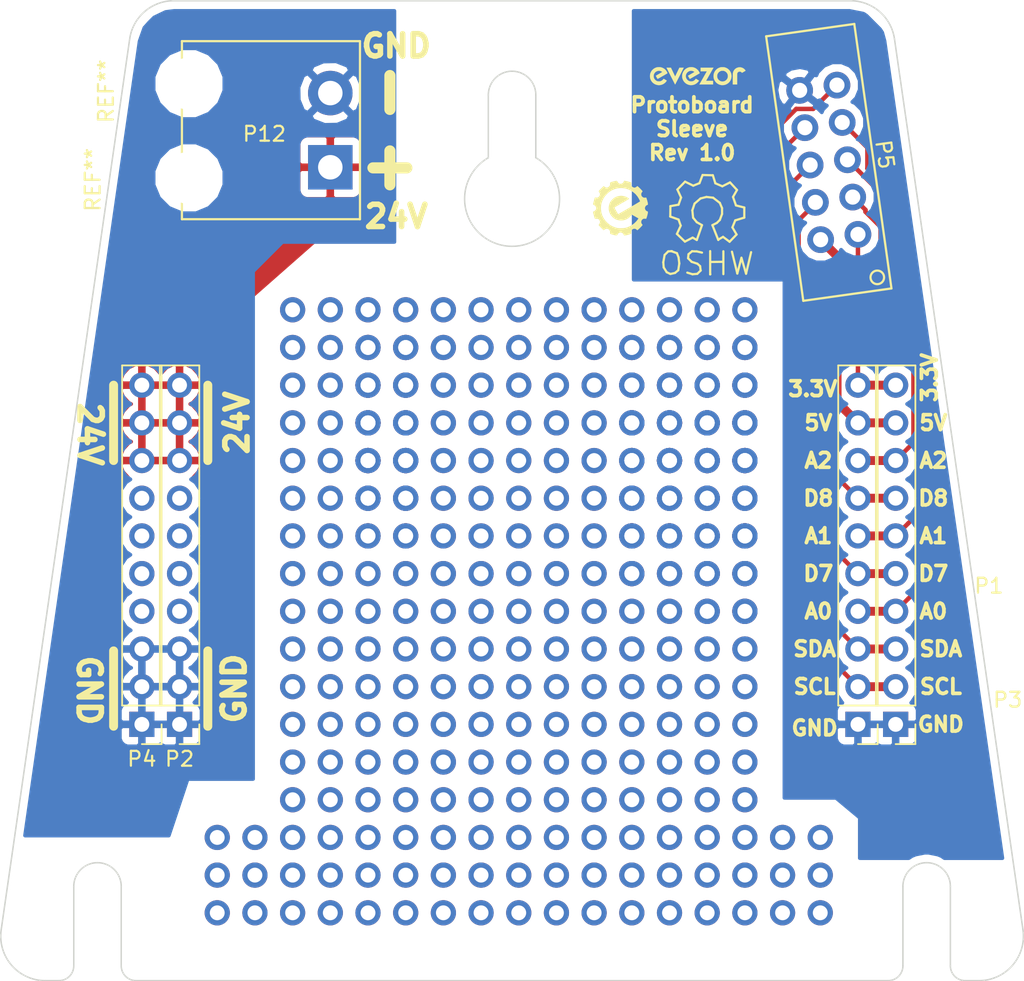
<source format=kicad_pcb>
(kicad_pcb (version 20171130) (host pcbnew "(5.0-dev-4069-g322ce84fb)")
  (layers (0 F.Cu signal) (31 B.Cu signal) (34 B.Paste user) (35 F.Paste user) (36 B.SilkS user) (37 F.SilkS user) (38 B.Mask user) (39 F.Mask user) (44 Edge.Cuts user))
  (net 0 "")
  (net 1 +5V)
  (net 2 A2)
  (net 3 D8)
  (net 4 A1)
  (net 5 D7)
  (net 6 A0)
  (net 7 SDA)
  (net 8 SCL)
  (net 9 GND)
  (net 10 GNDPWR)
  (net 11 24V_1)
  (net 12 +3V3)
  (net 13 "Net-(P2-Pad4)")
  (net 14 "Net-(P2-Pad5)")
  (net 15 "Net-(P2-Pad6)")
  (net 16 "Net-(P2-Pad7)")
  (net 17 "Net-(P4-Pad4)")
  (net 18 "Net-(P4-Pad5)")
  (net 19 "Net-(P4-Pad6)")
  (net 20 "Net-(P4-Pad7)")
  (module Mounting_Holes:MountingHole_3.5mm (layer F.Cu) (at 122.555 50.8)
    (fp_text reference REF** (at -5.588 0.508 90) (layer F.SilkS))
    (fp_text value MountingHole_3.5mm)
    (pad 1 np_thru_hole circle (at 0 0) (size 3.5 3.5) (drill 3.5) (layers *.Cu *.Mask))
  )
  (module ASSETS:Symbol_OSHW-Logo_SilkScreen (layer F.Cu) (at 157.48 59.436)
    (fp_text reference REF** hide)
    (fp_text value Symbol_OSHW-Logo_SilkScreen)
  )
  (module Wire_Pads:SolderWirePad_single_1mmDrill (layer F.Cu) (at 129.54 68.58)
    (fp_text reference REF** (at 0 0) (layer F.SilkS) (effects (font (size 0.127 0.127) (thickness 0.01))))
    (fp_text value SolderWirePad_single_1mmDrill)
    (pad 1 thru_hole circle (at 0 0) (size 1.7 1.7) (drill 1.00076) (layers *.Cu *.Mask))
  )
  (module Wire_Pads:SolderWirePad_single_1mmDrill (layer F.Cu) (at 129.54 66.04)
    (fp_text reference REF** (at 0 0) (layer F.SilkS) (effects (font (size 0.127 0.127) (thickness 0.01))))
    (fp_text value SolderWirePad_single_1mmDrill)
    (pad 1 thru_hole circle (at 0 0) (size 1.7 1.7) (drill 1.00076) (layers *.Cu *.Mask))
  )
  (module Wire_Pads:SolderWirePad_single_1mmDrill (layer F.Cu) (at 132.08 66.04)
    (fp_text reference REF** (at 0 0) (layer F.SilkS) (effects (font (size 0.127 0.127) (thickness 0.01))))
    (fp_text value SolderWirePad_single_1mmDrill)
    (pad 1 thru_hole circle (at 0 0) (size 1.7 1.7) (drill 1.00076) (layers *.Cu *.Mask))
  )
  (module Wire_Pads:SolderWirePad_single_1mmDrill (layer F.Cu) (at 132.08 68.58)
    (fp_text reference REF** (at 0 0) (layer F.SilkS) (effects (font (size 0.127 0.127) (thickness 0.01))))
    (fp_text value SolderWirePad_single_1mmDrill)
    (pad 1 thru_hole circle (at 0 0) (size 1.7 1.7) (drill 1.00076) (layers *.Cu *.Mask))
  )
  (module Wire_Pads:SolderWirePad_single_1mmDrill (layer F.Cu) (at 132.08 71.12)
    (fp_text reference REF** (at 0 0) (layer F.SilkS) (effects (font (size 0.127 0.127) (thickness 0.01))))
    (fp_text value SolderWirePad_single_1mmDrill)
    (pad 1 thru_hole circle (at 0 0) (size 1.7 1.7) (drill 1.00076) (layers *.Cu *.Mask))
  )
  (module Wire_Pads:SolderWirePad_single_1mmDrill (layer F.Cu) (at 132.08 73.66)
    (fp_text reference REF** (at 0 0) (layer F.SilkS) (effects (font (size 0.127 0.127) (thickness 0.01))))
    (fp_text value SolderWirePad_single_1mmDrill)
    (pad 1 thru_hole circle (at 0 0) (size 1.7 1.7) (drill 1.00076) (layers *.Cu *.Mask))
  )
  (module Wire_Pads:SolderWirePad_single_1mmDrill (layer F.Cu) (at 129.54 73.66)
    (fp_text reference REF** (at 0 0) (layer F.SilkS) (effects (font (size 0.127 0.127) (thickness 0.01))))
    (fp_text value SolderWirePad_single_1mmDrill)
    (pad 1 thru_hole circle (at 0 0) (size 1.7 1.7) (drill 1.00076) (layers *.Cu *.Mask))
  )
  (module Wire_Pads:SolderWirePad_single_1mmDrill (layer F.Cu) (at 129.54 71.12)
    (fp_text reference REF** (at 0 0) (layer F.SilkS) (effects (font (size 0.127 0.127) (thickness 0.01))))
    (fp_text value SolderWirePad_single_1mmDrill)
    (pad 1 thru_hole circle (at 0 0) (size 1.7 1.7) (drill 1.00076) (layers *.Cu *.Mask))
  )
  (module Wire_Pads:SolderWirePad_single_1mmDrill (layer F.Cu) (at 134.62 68.58)
    (fp_text reference REF** (at 0 0) (layer F.SilkS) (effects (font (size 0.127 0.127) (thickness 0.01))))
    (fp_text value SolderWirePad_single_1mmDrill)
    (pad 1 thru_hole circle (at 0 0) (size 1.7 1.7) (drill 1.00076) (layers *.Cu *.Mask))
  )
  (module Wire_Pads:SolderWirePad_single_1mmDrill (layer F.Cu) (at 134.62 66.04)
    (fp_text reference REF** (at 0 0) (layer F.SilkS) (effects (font (size 0.127 0.127) (thickness 0.01))))
    (fp_text value SolderWirePad_single_1mmDrill)
    (pad 1 thru_hole circle (at 0 0) (size 1.7 1.7) (drill 1.00076) (layers *.Cu *.Mask))
  )
  (module Wire_Pads:SolderWirePad_single_1mmDrill (layer F.Cu) (at 137.16 66.04)
    (fp_text reference REF** (at 0 0) (layer F.SilkS) (effects (font (size 0.127 0.127) (thickness 0.01))))
    (fp_text value SolderWirePad_single_1mmDrill)
    (pad 1 thru_hole circle (at 0 0) (size 1.7 1.7) (drill 1.00076) (layers *.Cu *.Mask))
  )
  (module Wire_Pads:SolderWirePad_single_1mmDrill (layer F.Cu) (at 137.16 68.58)
    (fp_text reference REF** (at 0 0) (layer F.SilkS) (effects (font (size 0.127 0.127) (thickness 0.01))))
    (fp_text value SolderWirePad_single_1mmDrill)
    (pad 1 thru_hole circle (at 0 0) (size 1.7 1.7) (drill 1.00076) (layers *.Cu *.Mask))
  )
  (module Wire_Pads:SolderWirePad_single_1mmDrill (layer F.Cu) (at 137.16 71.12)
    (fp_text reference REF** (at 0 0) (layer F.SilkS) (effects (font (size 0.127 0.127) (thickness 0.01))))
    (fp_text value SolderWirePad_single_1mmDrill)
    (pad 1 thru_hole circle (at 0 0) (size 1.7 1.7) (drill 1.00076) (layers *.Cu *.Mask))
  )
  (module Wire_Pads:SolderWirePad_single_1mmDrill (layer F.Cu) (at 137.16 73.66)
    (fp_text reference REF** (at 0 0) (layer F.SilkS) (effects (font (size 0.127 0.127) (thickness 0.01))))
    (fp_text value SolderWirePad_single_1mmDrill)
    (pad 1 thru_hole circle (at 0 0) (size 1.7 1.7) (drill 1.00076) (layers *.Cu *.Mask))
  )
  (module Wire_Pads:SolderWirePad_single_1mmDrill (layer F.Cu) (at 134.62 73.66)
    (fp_text reference REF** (at 0 0) (layer F.SilkS) (effects (font (size 0.127 0.127) (thickness 0.01))))
    (fp_text value SolderWirePad_single_1mmDrill)
    (pad 1 thru_hole circle (at 0 0) (size 1.7 1.7) (drill 1.00076) (layers *.Cu *.Mask))
  )
  (module Wire_Pads:SolderWirePad_single_1mmDrill (layer F.Cu) (at 134.62 71.12)
    (fp_text reference REF** (at 0 0) (layer F.SilkS) (effects (font (size 0.127 0.127) (thickness 0.01))))
    (fp_text value SolderWirePad_single_1mmDrill)
    (pad 1 thru_hole circle (at 0 0) (size 1.7 1.7) (drill 1.00076) (layers *.Cu *.Mask))
  )
  (module Wire_Pads:SolderWirePad_single_1mmDrill (layer F.Cu) (at 134.62 71.12)
    (fp_text reference REF** (at 0 0) (layer F.SilkS) (effects (font (size 0.127 0.127) (thickness 0.01))))
    (fp_text value SolderWirePad_single_1mmDrill)
    (pad 1 thru_hole circle (at 0 0) (size 1.7 1.7) (drill 1.00076) (layers *.Cu *.Mask))
  )
  (module Wire_Pads:SolderWirePad_single_1mmDrill (layer F.Cu) (at 134.62 68.58)
    (fp_text reference REF** (at 0 0) (layer F.SilkS) (effects (font (size 0.127 0.127) (thickness 0.01))))
    (fp_text value SolderWirePad_single_1mmDrill)
    (pad 1 thru_hole circle (at 0 0) (size 1.7 1.7) (drill 1.00076) (layers *.Cu *.Mask))
  )
  (module Wire_Pads:SolderWirePad_single_1mmDrill (layer F.Cu) (at 137.16 68.58)
    (fp_text reference REF** (at 0 0) (layer F.SilkS) (effects (font (size 0.127 0.127) (thickness 0.01))))
    (fp_text value SolderWirePad_single_1mmDrill)
    (pad 1 thru_hole circle (at 0 0) (size 1.7 1.7) (drill 1.00076) (layers *.Cu *.Mask))
  )
  (module Wire_Pads:SolderWirePad_single_1mmDrill (layer F.Cu) (at 137.16 71.12)
    (fp_text reference REF** (at 0 0) (layer F.SilkS) (effects (font (size 0.127 0.127) (thickness 0.01))))
    (fp_text value SolderWirePad_single_1mmDrill)
    (pad 1 thru_hole circle (at 0 0) (size 1.7 1.7) (drill 1.00076) (layers *.Cu *.Mask))
  )
  (module Wire_Pads:SolderWirePad_single_1mmDrill (layer F.Cu) (at 137.16 73.66)
    (fp_text reference REF** (at 0 0) (layer F.SilkS) (effects (font (size 0.127 0.127) (thickness 0.01))))
    (fp_text value SolderWirePad_single_1mmDrill)
    (pad 1 thru_hole circle (at 0 0) (size 1.7 1.7) (drill 1.00076) (layers *.Cu *.Mask))
  )
  (module Wire_Pads:SolderWirePad_single_1mmDrill (layer F.Cu) (at 137.16 76.2)
    (fp_text reference REF** (at 0 0) (layer F.SilkS) (effects (font (size 0.127 0.127) (thickness 0.01))))
    (fp_text value SolderWirePad_single_1mmDrill)
    (pad 1 thru_hole circle (at 0 0) (size 1.7 1.7) (drill 1.00076) (layers *.Cu *.Mask))
  )
  (module Wire_Pads:SolderWirePad_single_1mmDrill (layer F.Cu) (at 134.62 76.2)
    (fp_text reference REF** (at 0 0) (layer F.SilkS) (effects (font (size 0.127 0.127) (thickness 0.01))))
    (fp_text value SolderWirePad_single_1mmDrill)
    (pad 1 thru_hole circle (at 0 0) (size 1.7 1.7) (drill 1.00076) (layers *.Cu *.Mask))
  )
  (module Wire_Pads:SolderWirePad_single_1mmDrill (layer F.Cu) (at 134.62 73.66)
    (fp_text reference REF** (at 0 0) (layer F.SilkS) (effects (font (size 0.127 0.127) (thickness 0.01))))
    (fp_text value SolderWirePad_single_1mmDrill)
    (pad 1 thru_hole circle (at 0 0) (size 1.7 1.7) (drill 1.00076) (layers *.Cu *.Mask))
  )
  (module Wire_Pads:SolderWirePad_single_1mmDrill (layer F.Cu) (at 134.62 73.66)
    (fp_text reference REF** (at 0 0) (layer F.SilkS) (effects (font (size 0.127 0.127) (thickness 0.01))))
    (fp_text value SolderWirePad_single_1mmDrill)
    (pad 1 thru_hole circle (at 0 0) (size 1.7 1.7) (drill 1.00076) (layers *.Cu *.Mask))
  )
  (module Wire_Pads:SolderWirePad_single_1mmDrill (layer F.Cu) (at 134.62 71.12)
    (fp_text reference REF** (at 0 0) (layer F.SilkS) (effects (font (size 0.127 0.127) (thickness 0.01))))
    (fp_text value SolderWirePad_single_1mmDrill)
    (pad 1 thru_hole circle (at 0 0) (size 1.7 1.7) (drill 1.00076) (layers *.Cu *.Mask))
  )
  (module Wire_Pads:SolderWirePad_single_1mmDrill (layer F.Cu) (at 137.16 71.12)
    (fp_text reference REF** (at 0 0) (layer F.SilkS) (effects (font (size 0.127 0.127) (thickness 0.01))))
    (fp_text value SolderWirePad_single_1mmDrill)
    (pad 1 thru_hole circle (at 0 0) (size 1.7 1.7) (drill 1.00076) (layers *.Cu *.Mask))
  )
  (module Wire_Pads:SolderWirePad_single_1mmDrill (layer F.Cu) (at 137.16 73.66)
    (fp_text reference REF** (at 0 0) (layer F.SilkS) (effects (font (size 0.127 0.127) (thickness 0.01))))
    (fp_text value SolderWirePad_single_1mmDrill)
    (pad 1 thru_hole circle (at 0 0) (size 1.7 1.7) (drill 1.00076) (layers *.Cu *.Mask))
  )
  (module Wire_Pads:SolderWirePad_single_1mmDrill (layer F.Cu) (at 137.16 76.2)
    (fp_text reference REF** (at 0 0) (layer F.SilkS) (effects (font (size 0.127 0.127) (thickness 0.01))))
    (fp_text value SolderWirePad_single_1mmDrill)
    (pad 1 thru_hole circle (at 0 0) (size 1.7 1.7) (drill 1.00076) (layers *.Cu *.Mask))
  )
  (module Wire_Pads:SolderWirePad_single_1mmDrill (layer F.Cu) (at 137.16 78.74)
    (fp_text reference REF** (at 0 0) (layer F.SilkS) (effects (font (size 0.127 0.127) (thickness 0.01))))
    (fp_text value SolderWirePad_single_1mmDrill)
    (pad 1 thru_hole circle (at 0 0) (size 1.7 1.7) (drill 1.00076) (layers *.Cu *.Mask))
  )
  (module Wire_Pads:SolderWirePad_single_1mmDrill (layer F.Cu) (at 134.62 78.74)
    (fp_text reference REF** (at 0 0) (layer F.SilkS) (effects (font (size 0.127 0.127) (thickness 0.01))))
    (fp_text value SolderWirePad_single_1mmDrill)
    (pad 1 thru_hole circle (at 0 0) (size 1.7 1.7) (drill 1.00076) (layers *.Cu *.Mask))
  )
  (module Wire_Pads:SolderWirePad_single_1mmDrill (layer F.Cu) (at 134.62 76.2)
    (fp_text reference REF** (at 0 0) (layer F.SilkS) (effects (font (size 0.127 0.127) (thickness 0.01))))
    (fp_text value SolderWirePad_single_1mmDrill)
    (pad 1 thru_hole circle (at 0 0) (size 1.7 1.7) (drill 1.00076) (layers *.Cu *.Mask))
  )
  (module Wire_Pads:SolderWirePad_single_1mmDrill (layer F.Cu) (at 134.62 76.2)
    (fp_text reference REF** (at 0 0) (layer F.SilkS) (effects (font (size 0.127 0.127) (thickness 0.01))))
    (fp_text value SolderWirePad_single_1mmDrill)
    (pad 1 thru_hole circle (at 0 0) (size 1.7 1.7) (drill 1.00076) (layers *.Cu *.Mask))
  )
  (module Wire_Pads:SolderWirePad_single_1mmDrill (layer F.Cu) (at 134.62 73.66)
    (fp_text reference REF** (at 0 0) (layer F.SilkS) (effects (font (size 0.127 0.127) (thickness 0.01))))
    (fp_text value SolderWirePad_single_1mmDrill)
    (pad 1 thru_hole circle (at 0 0) (size 1.7 1.7) (drill 1.00076) (layers *.Cu *.Mask))
  )
  (module Wire_Pads:SolderWirePad_single_1mmDrill (layer F.Cu) (at 137.16 73.66)
    (fp_text reference REF** (at 0 0) (layer F.SilkS) (effects (font (size 0.127 0.127) (thickness 0.01))))
    (fp_text value SolderWirePad_single_1mmDrill)
    (pad 1 thru_hole circle (at 0 0) (size 1.7 1.7) (drill 1.00076) (layers *.Cu *.Mask))
  )
  (module Wire_Pads:SolderWirePad_single_1mmDrill (layer F.Cu) (at 137.16 76.2)
    (fp_text reference REF** (at 0 0) (layer F.SilkS) (effects (font (size 0.127 0.127) (thickness 0.01))))
    (fp_text value SolderWirePad_single_1mmDrill)
    (pad 1 thru_hole circle (at 0 0) (size 1.7 1.7) (drill 1.00076) (layers *.Cu *.Mask))
  )
  (module Wire_Pads:SolderWirePad_single_1mmDrill (layer F.Cu) (at 137.16 78.74)
    (fp_text reference REF** (at 0 0) (layer F.SilkS) (effects (font (size 0.127 0.127) (thickness 0.01))))
    (fp_text value SolderWirePad_single_1mmDrill)
    (pad 1 thru_hole circle (at 0 0) (size 1.7 1.7) (drill 1.00076) (layers *.Cu *.Mask))
  )
  (module Wire_Pads:SolderWirePad_single_1mmDrill (layer F.Cu) (at 137.16 81.28)
    (fp_text reference REF** (at 0 0) (layer F.SilkS) (effects (font (size 0.127 0.127) (thickness 0.01))))
    (fp_text value SolderWirePad_single_1mmDrill)
    (pad 1 thru_hole circle (at 0 0) (size 1.7 1.7) (drill 1.00076) (layers *.Cu *.Mask))
  )
  (module Wire_Pads:SolderWirePad_single_1mmDrill (layer F.Cu) (at 134.62 81.28)
    (fp_text reference REF** (at 0 0) (layer F.SilkS) (effects (font (size 0.127 0.127) (thickness 0.01))))
    (fp_text value SolderWirePad_single_1mmDrill)
    (pad 1 thru_hole circle (at 0 0) (size 1.7 1.7) (drill 1.00076) (layers *.Cu *.Mask))
  )
  (module Wire_Pads:SolderWirePad_single_1mmDrill (layer F.Cu) (at 134.62 78.74)
    (fp_text reference REF** (at 0 0) (layer F.SilkS) (effects (font (size 0.127 0.127) (thickness 0.01))))
    (fp_text value SolderWirePad_single_1mmDrill)
    (pad 1 thru_hole circle (at 0 0) (size 1.7 1.7) (drill 1.00076) (layers *.Cu *.Mask))
  )
  (module Wire_Pads:SolderWirePad_single_1mmDrill (layer F.Cu) (at 157.48 68.58)
    (fp_text reference REF** (at 0 0) (layer F.SilkS) (effects (font (size 0.127 0.127) (thickness 0.01))))
    (fp_text value SolderWirePad_single_1mmDrill)
    (pad 1 thru_hole circle (at 0 0) (size 1.7 1.7) (drill 1.00076) (layers *.Cu *.Mask))
  )
  (module Wire_Pads:SolderWirePad_single_1mmDrill (layer F.Cu) (at 157.48 66.04)
    (fp_text reference REF** (at 0 0) (layer F.SilkS) (effects (font (size 0.127 0.127) (thickness 0.01))))
    (fp_text value SolderWirePad_single_1mmDrill)
    (pad 1 thru_hole circle (at 0 0) (size 1.7 1.7) (drill 1.00076) (layers *.Cu *.Mask))
  )
  (module Wire_Pads:SolderWirePad_single_1mmDrill (layer F.Cu) (at 160.02 66.04)
    (fp_text reference REF** (at 0 0) (layer F.SilkS) (effects (font (size 0.127 0.127) (thickness 0.01))))
    (fp_text value SolderWirePad_single_1mmDrill)
    (pad 1 thru_hole circle (at 0 0) (size 1.7 1.7) (drill 1.00076) (layers *.Cu *.Mask))
  )
  (module Wire_Pads:SolderWirePad_single_1mmDrill (layer F.Cu) (at 160.02 68.58)
    (fp_text reference REF** (at 0 0) (layer F.SilkS) (effects (font (size 0.127 0.127) (thickness 0.01))))
    (fp_text value SolderWirePad_single_1mmDrill)
    (pad 1 thru_hole circle (at 0 0) (size 1.7 1.7) (drill 1.00076) (layers *.Cu *.Mask))
  )
  (module Wire_Pads:SolderWirePad_single_1mmDrill (layer F.Cu) (at 160.02 71.12)
    (fp_text reference REF** (at 0 0) (layer F.SilkS) (effects (font (size 0.127 0.127) (thickness 0.01))))
    (fp_text value SolderWirePad_single_1mmDrill)
    (pad 1 thru_hole circle (at 0 0) (size 1.7 1.7) (drill 1.00076) (layers *.Cu *.Mask))
  )
  (module Wire_Pads:SolderWirePad_single_1mmDrill (layer F.Cu) (at 160.02 73.66)
    (fp_text reference REF** (at 0 0) (layer F.SilkS) (effects (font (size 0.127 0.127) (thickness 0.01))))
    (fp_text value SolderWirePad_single_1mmDrill)
    (pad 1 thru_hole circle (at 0 0) (size 1.7 1.7) (drill 1.00076) (layers *.Cu *.Mask))
  )
  (module Wire_Pads:SolderWirePad_single_1mmDrill (layer F.Cu) (at 157.48 73.66)
    (fp_text reference REF** (at 0 0) (layer F.SilkS) (effects (font (size 0.127 0.127) (thickness 0.01))))
    (fp_text value SolderWirePad_single_1mmDrill)
    (pad 1 thru_hole circle (at 0 0) (size 1.7 1.7) (drill 1.00076) (layers *.Cu *.Mask))
  )
  (module Wire_Pads:SolderWirePad_single_1mmDrill (layer F.Cu) (at 157.48 71.12)
    (fp_text reference REF** (at 0 0) (layer F.SilkS) (effects (font (size 0.127 0.127) (thickness 0.01))))
    (fp_text value SolderWirePad_single_1mmDrill)
    (pad 1 thru_hole circle (at 0 0) (size 1.7 1.7) (drill 1.00076) (layers *.Cu *.Mask))
  )
  (module Wire_Pads:SolderWirePad_single_1mmDrill (layer F.Cu) (at 157.48 71.12)
    (fp_text reference REF** (at 0 0) (layer F.SilkS) (effects (font (size 0.127 0.127) (thickness 0.01))))
    (fp_text value SolderWirePad_single_1mmDrill)
    (pad 1 thru_hole circle (at 0 0) (size 1.7 1.7) (drill 1.00076) (layers *.Cu *.Mask))
  )
  (module Wire_Pads:SolderWirePad_single_1mmDrill (layer F.Cu) (at 157.48 68.58)
    (fp_text reference REF** (at 0 0) (layer F.SilkS) (effects (font (size 0.127 0.127) (thickness 0.01))))
    (fp_text value SolderWirePad_single_1mmDrill)
    (pad 1 thru_hole circle (at 0 0) (size 1.7 1.7) (drill 1.00076) (layers *.Cu *.Mask))
  )
  (module Wire_Pads:SolderWirePad_single_1mmDrill (layer F.Cu) (at 160.02 68.58)
    (fp_text reference REF** (at 0 0) (layer F.SilkS) (effects (font (size 0.127 0.127) (thickness 0.01))))
    (fp_text value SolderWirePad_single_1mmDrill)
    (pad 1 thru_hole circle (at 0 0) (size 1.7 1.7) (drill 1.00076) (layers *.Cu *.Mask))
  )
  (module Wire_Pads:SolderWirePad_single_1mmDrill (layer F.Cu) (at 160.02 71.12)
    (fp_text reference REF** (at 0 0) (layer F.SilkS) (effects (font (size 0.127 0.127) (thickness 0.01))))
    (fp_text value SolderWirePad_single_1mmDrill)
    (pad 1 thru_hole circle (at 0 0) (size 1.7 1.7) (drill 1.00076) (layers *.Cu *.Mask))
  )
  (module Wire_Pads:SolderWirePad_single_1mmDrill (layer F.Cu) (at 160.02 73.66)
    (fp_text reference REF** (at 0 0) (layer F.SilkS) (effects (font (size 0.127 0.127) (thickness 0.01))))
    (fp_text value SolderWirePad_single_1mmDrill)
    (pad 1 thru_hole circle (at 0 0) (size 1.7 1.7) (drill 1.00076) (layers *.Cu *.Mask))
  )
  (module Wire_Pads:SolderWirePad_single_1mmDrill (layer F.Cu) (at 160.02 76.2)
    (fp_text reference REF** (at 0 0) (layer F.SilkS) (effects (font (size 0.127 0.127) (thickness 0.01))))
    (fp_text value SolderWirePad_single_1mmDrill)
    (pad 1 thru_hole circle (at 0 0) (size 1.7 1.7) (drill 1.00076) (layers *.Cu *.Mask))
  )
  (module Wire_Pads:SolderWirePad_single_1mmDrill (layer F.Cu) (at 157.48 76.2)
    (fp_text reference REF** (at 0 0) (layer F.SilkS) (effects (font (size 0.127 0.127) (thickness 0.01))))
    (fp_text value SolderWirePad_single_1mmDrill)
    (pad 1 thru_hole circle (at 0 0) (size 1.7 1.7) (drill 1.00076) (layers *.Cu *.Mask))
  )
  (module Wire_Pads:SolderWirePad_single_1mmDrill (layer F.Cu) (at 157.48 73.66)
    (fp_text reference REF** (at 0 0) (layer F.SilkS) (effects (font (size 0.127 0.127) (thickness 0.01))))
    (fp_text value SolderWirePad_single_1mmDrill)
    (pad 1 thru_hole circle (at 0 0) (size 1.7 1.7) (drill 1.00076) (layers *.Cu *.Mask))
  )
  (module Wire_Pads:SolderWirePad_single_1mmDrill (layer F.Cu) (at 157.48 73.66)
    (fp_text reference REF** (at 0 0) (layer F.SilkS) (effects (font (size 0.127 0.127) (thickness 0.01))))
    (fp_text value SolderWirePad_single_1mmDrill)
    (pad 1 thru_hole circle (at 0 0) (size 1.7 1.7) (drill 1.00076) (layers *.Cu *.Mask))
  )
  (module Wire_Pads:SolderWirePad_single_1mmDrill (layer F.Cu) (at 157.48 71.12)
    (fp_text reference REF** (at 0 0) (layer F.SilkS) (effects (font (size 0.127 0.127) (thickness 0.01))))
    (fp_text value SolderWirePad_single_1mmDrill)
    (pad 1 thru_hole circle (at 0 0) (size 1.7 1.7) (drill 1.00076) (layers *.Cu *.Mask))
  )
  (module Wire_Pads:SolderWirePad_single_1mmDrill (layer F.Cu) (at 160.02 71.12)
    (fp_text reference REF** (at 0 0) (layer F.SilkS) (effects (font (size 0.127 0.127) (thickness 0.01))))
    (fp_text value SolderWirePad_single_1mmDrill)
    (pad 1 thru_hole circle (at 0 0) (size 1.7 1.7) (drill 1.00076) (layers *.Cu *.Mask))
  )
  (module Wire_Pads:SolderWirePad_single_1mmDrill (layer F.Cu) (at 160.02 73.66)
    (fp_text reference REF** (at 0 0) (layer F.SilkS) (effects (font (size 0.127 0.127) (thickness 0.01))))
    (fp_text value SolderWirePad_single_1mmDrill)
    (pad 1 thru_hole circle (at 0 0) (size 1.7 1.7) (drill 1.00076) (layers *.Cu *.Mask))
  )
  (module Wire_Pads:SolderWirePad_single_1mmDrill (layer F.Cu) (at 160.02 76.2)
    (fp_text reference REF** (at 0 0) (layer F.SilkS) (effects (font (size 0.127 0.127) (thickness 0.01))))
    (fp_text value SolderWirePad_single_1mmDrill)
    (pad 1 thru_hole circle (at 0 0) (size 1.7 1.7) (drill 1.00076) (layers *.Cu *.Mask))
  )
  (module Wire_Pads:SolderWirePad_single_1mmDrill (layer F.Cu) (at 160.02 78.74)
    (fp_text reference REF** (at 0 0) (layer F.SilkS) (effects (font (size 0.127 0.127) (thickness 0.01))))
    (fp_text value SolderWirePad_single_1mmDrill)
    (pad 1 thru_hole circle (at 0 0) (size 1.7 1.7) (drill 1.00076) (layers *.Cu *.Mask))
  )
  (module Wire_Pads:SolderWirePad_single_1mmDrill (layer F.Cu) (at 157.48 78.74)
    (fp_text reference REF** (at 0 0) (layer F.SilkS) (effects (font (size 0.127 0.127) (thickness 0.01))))
    (fp_text value SolderWirePad_single_1mmDrill)
    (pad 1 thru_hole circle (at 0 0) (size 1.7 1.7) (drill 1.00076) (layers *.Cu *.Mask))
  )
  (module Wire_Pads:SolderWirePad_single_1mmDrill (layer F.Cu) (at 157.48 76.2)
    (fp_text reference REF** (at 0 0) (layer F.SilkS) (effects (font (size 0.127 0.127) (thickness 0.01))))
    (fp_text value SolderWirePad_single_1mmDrill)
    (pad 1 thru_hole circle (at 0 0) (size 1.7 1.7) (drill 1.00076) (layers *.Cu *.Mask))
  )
  (module Wire_Pads:SolderWirePad_single_1mmDrill (layer F.Cu) (at 157.48 76.2)
    (fp_text reference REF** (at 0 0) (layer F.SilkS) (effects (font (size 0.127 0.127) (thickness 0.01))))
    (fp_text value SolderWirePad_single_1mmDrill)
    (pad 1 thru_hole circle (at 0 0) (size 1.7 1.7) (drill 1.00076) (layers *.Cu *.Mask))
  )
  (module Wire_Pads:SolderWirePad_single_1mmDrill (layer F.Cu) (at 157.48 73.66)
    (fp_text reference REF** (at 0 0) (layer F.SilkS) (effects (font (size 0.127 0.127) (thickness 0.01))))
    (fp_text value SolderWirePad_single_1mmDrill)
    (pad 1 thru_hole circle (at 0 0) (size 1.7 1.7) (drill 1.00076) (layers *.Cu *.Mask))
  )
  (module Wire_Pads:SolderWirePad_single_1mmDrill (layer F.Cu) (at 160.02 73.66)
    (fp_text reference REF** (at 0 0) (layer F.SilkS) (effects (font (size 0.127 0.127) (thickness 0.01))))
    (fp_text value SolderWirePad_single_1mmDrill)
    (pad 1 thru_hole circle (at 0 0) (size 1.7 1.7) (drill 1.00076) (layers *.Cu *.Mask))
  )
  (module Wire_Pads:SolderWirePad_single_1mmDrill (layer F.Cu) (at 160.02 76.2)
    (fp_text reference REF** (at 0 0) (layer F.SilkS) (effects (font (size 0.127 0.127) (thickness 0.01))))
    (fp_text value SolderWirePad_single_1mmDrill)
    (pad 1 thru_hole circle (at 0 0) (size 1.7 1.7) (drill 1.00076) (layers *.Cu *.Mask))
  )
  (module Wire_Pads:SolderWirePad_single_1mmDrill (layer F.Cu) (at 160.02 78.74)
    (fp_text reference REF** (at 0 0) (layer F.SilkS) (effects (font (size 0.127 0.127) (thickness 0.01))))
    (fp_text value SolderWirePad_single_1mmDrill)
    (pad 1 thru_hole circle (at 0 0) (size 1.7 1.7) (drill 1.00076) (layers *.Cu *.Mask))
  )
  (module Wire_Pads:SolderWirePad_single_1mmDrill (layer F.Cu) (at 160.02 81.28)
    (fp_text reference REF** (at 0 0) (layer F.SilkS) (effects (font (size 0.127 0.127) (thickness 0.01))))
    (fp_text value SolderWirePad_single_1mmDrill)
    (pad 1 thru_hole circle (at 0 0) (size 1.7 1.7) (drill 1.00076) (layers *.Cu *.Mask))
  )
  (module Wire_Pads:SolderWirePad_single_1mmDrill (layer F.Cu) (at 157.48 81.28)
    (fp_text reference REF** (at 0 0) (layer F.SilkS) (effects (font (size 0.127 0.127) (thickness 0.01))))
    (fp_text value SolderWirePad_single_1mmDrill)
    (pad 1 thru_hole circle (at 0 0) (size 1.7 1.7) (drill 1.00076) (layers *.Cu *.Mask))
  )
  (module Wire_Pads:SolderWirePad_single_1mmDrill (layer F.Cu) (at 157.48 78.74)
    (fp_text reference REF** (at 0 0) (layer F.SilkS) (effects (font (size 0.127 0.127) (thickness 0.01))))
    (fp_text value SolderWirePad_single_1mmDrill)
    (pad 1 thru_hole circle (at 0 0) (size 1.7 1.7) (drill 1.00076) (layers *.Cu *.Mask))
  )
  (module Wire_Pads:SolderWirePad_single_1mmDrill (layer F.Cu) (at 152.4 68.58)
    (fp_text reference REF** (at 0 0) (layer F.SilkS) (effects (font (size 0.127 0.127) (thickness 0.01))))
    (fp_text value SolderWirePad_single_1mmDrill)
    (pad 1 thru_hole circle (at 0 0) (size 1.7 1.7) (drill 1.00076) (layers *.Cu *.Mask))
  )
  (module Wire_Pads:SolderWirePad_single_1mmDrill (layer F.Cu) (at 152.4 66.04)
    (fp_text reference REF** (at 0 0) (layer F.SilkS) (effects (font (size 0.127 0.127) (thickness 0.01))))
    (fp_text value SolderWirePad_single_1mmDrill)
    (pad 1 thru_hole circle (at 0 0) (size 1.7 1.7) (drill 1.00076) (layers *.Cu *.Mask))
  )
  (module Wire_Pads:SolderWirePad_single_1mmDrill (layer F.Cu) (at 154.94 66.04)
    (fp_text reference REF** (at 0 0) (layer F.SilkS) (effects (font (size 0.127 0.127) (thickness 0.01))))
    (fp_text value SolderWirePad_single_1mmDrill)
    (pad 1 thru_hole circle (at 0 0) (size 1.7 1.7) (drill 1.00076) (layers *.Cu *.Mask))
  )
  (module Wire_Pads:SolderWirePad_single_1mmDrill (layer F.Cu) (at 154.94 68.58)
    (fp_text reference REF** (at 0 0) (layer F.SilkS) (effects (font (size 0.127 0.127) (thickness 0.01))))
    (fp_text value SolderWirePad_single_1mmDrill)
    (pad 1 thru_hole circle (at 0 0) (size 1.7 1.7) (drill 1.00076) (layers *.Cu *.Mask))
  )
  (module Wire_Pads:SolderWirePad_single_1mmDrill (layer F.Cu) (at 154.94 71.12)
    (fp_text reference REF** (at 0 0) (layer F.SilkS) (effects (font (size 0.127 0.127) (thickness 0.01))))
    (fp_text value SolderWirePad_single_1mmDrill)
    (pad 1 thru_hole circle (at 0 0) (size 1.7 1.7) (drill 1.00076) (layers *.Cu *.Mask))
  )
  (module Wire_Pads:SolderWirePad_single_1mmDrill (layer F.Cu) (at 154.94 73.66)
    (fp_text reference REF** (at 0 0) (layer F.SilkS) (effects (font (size 0.127 0.127) (thickness 0.01))))
    (fp_text value SolderWirePad_single_1mmDrill)
    (pad 1 thru_hole circle (at 0 0) (size 1.7 1.7) (drill 1.00076) (layers *.Cu *.Mask))
  )
  (module Wire_Pads:SolderWirePad_single_1mmDrill (layer F.Cu) (at 152.4 73.66)
    (fp_text reference REF** (at 0 0) (layer F.SilkS) (effects (font (size 0.127 0.127) (thickness 0.01))))
    (fp_text value SolderWirePad_single_1mmDrill)
    (pad 1 thru_hole circle (at 0 0) (size 1.7 1.7) (drill 1.00076) (layers *.Cu *.Mask))
  )
  (module Wire_Pads:SolderWirePad_single_1mmDrill (layer F.Cu) (at 152.4 71.12)
    (fp_text reference REF** (at 0 0) (layer F.SilkS) (effects (font (size 0.127 0.127) (thickness 0.01))))
    (fp_text value SolderWirePad_single_1mmDrill)
    (pad 1 thru_hole circle (at 0 0) (size 1.7 1.7) (drill 1.00076) (layers *.Cu *.Mask))
  )
  (module Wire_Pads:SolderWirePad_single_1mmDrill (layer F.Cu) (at 152.4 71.12)
    (fp_text reference REF** (at 0 0) (layer F.SilkS) (effects (font (size 0.127 0.127) (thickness 0.01))))
    (fp_text value SolderWirePad_single_1mmDrill)
    (pad 1 thru_hole circle (at 0 0) (size 1.7 1.7) (drill 1.00076) (layers *.Cu *.Mask))
  )
  (module Wire_Pads:SolderWirePad_single_1mmDrill (layer F.Cu) (at 152.4 68.58)
    (fp_text reference REF** (at 0 0) (layer F.SilkS) (effects (font (size 0.127 0.127) (thickness 0.01))))
    (fp_text value SolderWirePad_single_1mmDrill)
    (pad 1 thru_hole circle (at 0 0) (size 1.7 1.7) (drill 1.00076) (layers *.Cu *.Mask))
  )
  (module Wire_Pads:SolderWirePad_single_1mmDrill (layer F.Cu) (at 154.94 68.58)
    (fp_text reference REF** (at 0 0) (layer F.SilkS) (effects (font (size 0.127 0.127) (thickness 0.01))))
    (fp_text value SolderWirePad_single_1mmDrill)
    (pad 1 thru_hole circle (at 0 0) (size 1.7 1.7) (drill 1.00076) (layers *.Cu *.Mask))
  )
  (module Wire_Pads:SolderWirePad_single_1mmDrill (layer F.Cu) (at 154.94 71.12)
    (fp_text reference REF** (at 0 0) (layer F.SilkS) (effects (font (size 0.127 0.127) (thickness 0.01))))
    (fp_text value SolderWirePad_single_1mmDrill)
    (pad 1 thru_hole circle (at 0 0) (size 1.7 1.7) (drill 1.00076) (layers *.Cu *.Mask))
  )
  (module Wire_Pads:SolderWirePad_single_1mmDrill (layer F.Cu) (at 154.94 73.66)
    (fp_text reference REF** (at 0 0) (layer F.SilkS) (effects (font (size 0.127 0.127) (thickness 0.01))))
    (fp_text value SolderWirePad_single_1mmDrill)
    (pad 1 thru_hole circle (at 0 0) (size 1.7 1.7) (drill 1.00076) (layers *.Cu *.Mask))
  )
  (module Wire_Pads:SolderWirePad_single_1mmDrill (layer F.Cu) (at 154.94 76.2)
    (fp_text reference REF** (at 0 0) (layer F.SilkS) (effects (font (size 0.127 0.127) (thickness 0.01))))
    (fp_text value SolderWirePad_single_1mmDrill)
    (pad 1 thru_hole circle (at 0 0) (size 1.7 1.7) (drill 1.00076) (layers *.Cu *.Mask))
  )
  (module Wire_Pads:SolderWirePad_single_1mmDrill (layer F.Cu) (at 152.4 76.2)
    (fp_text reference REF** (at 0 0) (layer F.SilkS) (effects (font (size 0.127 0.127) (thickness 0.01))))
    (fp_text value SolderWirePad_single_1mmDrill)
    (pad 1 thru_hole circle (at 0 0) (size 1.7 1.7) (drill 1.00076) (layers *.Cu *.Mask))
  )
  (module Wire_Pads:SolderWirePad_single_1mmDrill (layer F.Cu) (at 152.4 73.66)
    (fp_text reference REF** (at 0 0) (layer F.SilkS) (effects (font (size 0.127 0.127) (thickness 0.01))))
    (fp_text value SolderWirePad_single_1mmDrill)
    (pad 1 thru_hole circle (at 0 0) (size 1.7 1.7) (drill 1.00076) (layers *.Cu *.Mask))
  )
  (module Wire_Pads:SolderWirePad_single_1mmDrill (layer F.Cu) (at 152.4 73.66)
    (fp_text reference REF** (at 0 0) (layer F.SilkS) (effects (font (size 0.127 0.127) (thickness 0.01))))
    (fp_text value SolderWirePad_single_1mmDrill)
    (pad 1 thru_hole circle (at 0 0) (size 1.7 1.7) (drill 1.00076) (layers *.Cu *.Mask))
  )
  (module Wire_Pads:SolderWirePad_single_1mmDrill (layer F.Cu) (at 152.4 71.12)
    (fp_text reference REF** (at 0 0) (layer F.SilkS) (effects (font (size 0.127 0.127) (thickness 0.01))))
    (fp_text value SolderWirePad_single_1mmDrill)
    (pad 1 thru_hole circle (at 0 0) (size 1.7 1.7) (drill 1.00076) (layers *.Cu *.Mask))
  )
  (module Wire_Pads:SolderWirePad_single_1mmDrill (layer F.Cu) (at 154.94 71.12)
    (fp_text reference REF** (at 0 0) (layer F.SilkS) (effects (font (size 0.127 0.127) (thickness 0.01))))
    (fp_text value SolderWirePad_single_1mmDrill)
    (pad 1 thru_hole circle (at 0 0) (size 1.7 1.7) (drill 1.00076) (layers *.Cu *.Mask))
  )
  (module Wire_Pads:SolderWirePad_single_1mmDrill (layer F.Cu) (at 154.94 73.66)
    (fp_text reference REF** (at 0 0) (layer F.SilkS) (effects (font (size 0.127 0.127) (thickness 0.01))))
    (fp_text value SolderWirePad_single_1mmDrill)
    (pad 1 thru_hole circle (at 0 0) (size 1.7 1.7) (drill 1.00076) (layers *.Cu *.Mask))
  )
  (module Wire_Pads:SolderWirePad_single_1mmDrill (layer F.Cu) (at 154.94 76.2)
    (fp_text reference REF** (at 0 0) (layer F.SilkS) (effects (font (size 0.127 0.127) (thickness 0.01))))
    (fp_text value SolderWirePad_single_1mmDrill)
    (pad 1 thru_hole circle (at 0 0) (size 1.7 1.7) (drill 1.00076) (layers *.Cu *.Mask))
  )
  (module Wire_Pads:SolderWirePad_single_1mmDrill (layer F.Cu) (at 154.94 78.74)
    (fp_text reference REF** (at 0 0) (layer F.SilkS) (effects (font (size 0.127 0.127) (thickness 0.01))))
    (fp_text value SolderWirePad_single_1mmDrill)
    (pad 1 thru_hole circle (at 0 0) (size 1.7 1.7) (drill 1.00076) (layers *.Cu *.Mask))
  )
  (module Wire_Pads:SolderWirePad_single_1mmDrill (layer F.Cu) (at 152.4 78.74)
    (fp_text reference REF** (at 0 0) (layer F.SilkS) (effects (font (size 0.127 0.127) (thickness 0.01))))
    (fp_text value SolderWirePad_single_1mmDrill)
    (pad 1 thru_hole circle (at 0 0) (size 1.7 1.7) (drill 1.00076) (layers *.Cu *.Mask))
  )
  (module Wire_Pads:SolderWirePad_single_1mmDrill (layer F.Cu) (at 152.4 76.2)
    (fp_text reference REF** (at 0 0) (layer F.SilkS) (effects (font (size 0.127 0.127) (thickness 0.01))))
    (fp_text value SolderWirePad_single_1mmDrill)
    (pad 1 thru_hole circle (at 0 0) (size 1.7 1.7) (drill 1.00076) (layers *.Cu *.Mask))
  )
  (module Wire_Pads:SolderWirePad_single_1mmDrill (layer F.Cu) (at 152.4 76.2)
    (fp_text reference REF** (at 0 0) (layer F.SilkS) (effects (font (size 0.127 0.127) (thickness 0.01))))
    (fp_text value SolderWirePad_single_1mmDrill)
    (pad 1 thru_hole circle (at 0 0) (size 1.7 1.7) (drill 1.00076) (layers *.Cu *.Mask))
  )
  (module Wire_Pads:SolderWirePad_single_1mmDrill (layer F.Cu) (at 152.4 73.66)
    (fp_text reference REF** (at 0 0) (layer F.SilkS) (effects (font (size 0.127 0.127) (thickness 0.01))))
    (fp_text value SolderWirePad_single_1mmDrill)
    (pad 1 thru_hole circle (at 0 0) (size 1.7 1.7) (drill 1.00076) (layers *.Cu *.Mask))
  )
  (module Wire_Pads:SolderWirePad_single_1mmDrill (layer F.Cu) (at 154.94 73.66)
    (fp_text reference REF** (at 0 0) (layer F.SilkS) (effects (font (size 0.127 0.127) (thickness 0.01))))
    (fp_text value SolderWirePad_single_1mmDrill)
    (pad 1 thru_hole circle (at 0 0) (size 1.7 1.7) (drill 1.00076) (layers *.Cu *.Mask))
  )
  (module Wire_Pads:SolderWirePad_single_1mmDrill (layer F.Cu) (at 154.94 76.2)
    (fp_text reference REF** (at 0 0) (layer F.SilkS) (effects (font (size 0.127 0.127) (thickness 0.01))))
    (fp_text value SolderWirePad_single_1mmDrill)
    (pad 1 thru_hole circle (at 0 0) (size 1.7 1.7) (drill 1.00076) (layers *.Cu *.Mask))
  )
  (module Wire_Pads:SolderWirePad_single_1mmDrill (layer F.Cu) (at 154.94 78.74)
    (fp_text reference REF** (at 0 0) (layer F.SilkS) (effects (font (size 0.127 0.127) (thickness 0.01))))
    (fp_text value SolderWirePad_single_1mmDrill)
    (pad 1 thru_hole circle (at 0 0) (size 1.7 1.7) (drill 1.00076) (layers *.Cu *.Mask))
  )
  (module Wire_Pads:SolderWirePad_single_1mmDrill (layer F.Cu) (at 154.94 81.28)
    (fp_text reference REF** (at 0 0) (layer F.SilkS) (effects (font (size 0.127 0.127) (thickness 0.01))))
    (fp_text value SolderWirePad_single_1mmDrill)
    (pad 1 thru_hole circle (at 0 0) (size 1.7 1.7) (drill 1.00076) (layers *.Cu *.Mask))
  )
  (module Wire_Pads:SolderWirePad_single_1mmDrill (layer F.Cu) (at 152.4 81.28)
    (fp_text reference REF** (at 0 0) (layer F.SilkS) (effects (font (size 0.127 0.127) (thickness 0.01))))
    (fp_text value SolderWirePad_single_1mmDrill)
    (pad 1 thru_hole circle (at 0 0) (size 1.7 1.7) (drill 1.00076) (layers *.Cu *.Mask))
  )
  (module Wire_Pads:SolderWirePad_single_1mmDrill (layer F.Cu) (at 152.4 78.74)
    (fp_text reference REF** (at 0 0) (layer F.SilkS) (effects (font (size 0.127 0.127) (thickness 0.01))))
    (fp_text value SolderWirePad_single_1mmDrill)
    (pad 1 thru_hole circle (at 0 0) (size 1.7 1.7) (drill 1.00076) (layers *.Cu *.Mask))
  )
  (module Wire_Pads:SolderWirePad_single_1mmDrill (layer F.Cu) (at 157.48 78.74)
    (fp_text reference REF** (at 0 0) (layer F.SilkS) (effects (font (size 0.127 0.127) (thickness 0.01))))
    (fp_text value SolderWirePad_single_1mmDrill)
    (pad 1 thru_hole circle (at 0 0) (size 1.7 1.7) (drill 1.00076) (layers *.Cu *.Mask))
  )
  (module Wire_Pads:SolderWirePad_single_1mmDrill (layer F.Cu) (at 157.48 76.2)
    (fp_text reference REF** (at 0 0) (layer F.SilkS) (effects (font (size 0.127 0.127) (thickness 0.01))))
    (fp_text value SolderWirePad_single_1mmDrill)
    (pad 1 thru_hole circle (at 0 0) (size 1.7 1.7) (drill 1.00076) (layers *.Cu *.Mask))
  )
  (module Wire_Pads:SolderWirePad_single_1mmDrill (layer F.Cu) (at 160.02 76.2)
    (fp_text reference REF** (at 0 0) (layer F.SilkS) (effects (font (size 0.127 0.127) (thickness 0.01))))
    (fp_text value SolderWirePad_single_1mmDrill)
    (pad 1 thru_hole circle (at 0 0) (size 1.7 1.7) (drill 1.00076) (layers *.Cu *.Mask))
  )
  (module Wire_Pads:SolderWirePad_single_1mmDrill (layer F.Cu) (at 160.02 78.74)
    (fp_text reference REF** (at 0 0) (layer F.SilkS) (effects (font (size 0.127 0.127) (thickness 0.01))))
    (fp_text value SolderWirePad_single_1mmDrill)
    (pad 1 thru_hole circle (at 0 0) (size 1.7 1.7) (drill 1.00076) (layers *.Cu *.Mask))
  )
  (module Wire_Pads:SolderWirePad_single_1mmDrill (layer F.Cu) (at 160.02 81.28)
    (fp_text reference REF** (at 0 0) (layer F.SilkS) (effects (font (size 0.127 0.127) (thickness 0.01))))
    (fp_text value SolderWirePad_single_1mmDrill)
    (pad 1 thru_hole circle (at 0 0) (size 1.7 1.7) (drill 1.00076) (layers *.Cu *.Mask))
  )
  (module Wire_Pads:SolderWirePad_single_1mmDrill (layer F.Cu) (at 160.02 83.82)
    (fp_text reference REF** (at 0 0) (layer F.SilkS) (effects (font (size 0.127 0.127) (thickness 0.01))))
    (fp_text value SolderWirePad_single_1mmDrill)
    (pad 1 thru_hole circle (at 0 0) (size 1.7 1.7) (drill 1.00076) (layers *.Cu *.Mask))
  )
  (module Wire_Pads:SolderWirePad_single_1mmDrill (layer F.Cu) (at 157.48 83.82)
    (fp_text reference REF** (at 0 0) (layer F.SilkS) (effects (font (size 0.127 0.127) (thickness 0.01))))
    (fp_text value SolderWirePad_single_1mmDrill)
    (pad 1 thru_hole circle (at 0 0) (size 1.7 1.7) (drill 1.00076) (layers *.Cu *.Mask))
  )
  (module Wire_Pads:SolderWirePad_single_1mmDrill (layer F.Cu) (at 157.48 81.28)
    (fp_text reference REF** (at 0 0) (layer F.SilkS) (effects (font (size 0.127 0.127) (thickness 0.01))))
    (fp_text value SolderWirePad_single_1mmDrill)
    (pad 1 thru_hole circle (at 0 0) (size 1.7 1.7) (drill 1.00076) (layers *.Cu *.Mask))
  )
  (module Wire_Pads:SolderWirePad_single_1mmDrill (layer F.Cu) (at 152.4 78.74)
    (fp_text reference REF** (at 0 0) (layer F.SilkS) (effects (font (size 0.127 0.127) (thickness 0.01))))
    (fp_text value SolderWirePad_single_1mmDrill)
    (pad 1 thru_hole circle (at 0 0) (size 1.7 1.7) (drill 1.00076) (layers *.Cu *.Mask))
  )
  (module Wire_Pads:SolderWirePad_single_1mmDrill (layer F.Cu) (at 152.4 76.2)
    (fp_text reference REF** (at 0 0) (layer F.SilkS) (effects (font (size 0.127 0.127) (thickness 0.01))))
    (fp_text value SolderWirePad_single_1mmDrill)
    (pad 1 thru_hole circle (at 0 0) (size 1.7 1.7) (drill 1.00076) (layers *.Cu *.Mask))
  )
  (module Wire_Pads:SolderWirePad_single_1mmDrill (layer F.Cu) (at 154.94 76.2)
    (fp_text reference REF** (at 0 0) (layer F.SilkS) (effects (font (size 0.127 0.127) (thickness 0.01))))
    (fp_text value SolderWirePad_single_1mmDrill)
    (pad 1 thru_hole circle (at 0 0) (size 1.7 1.7) (drill 1.00076) (layers *.Cu *.Mask))
  )
  (module Wire_Pads:SolderWirePad_single_1mmDrill (layer F.Cu) (at 154.94 78.74)
    (fp_text reference REF** (at 0 0) (layer F.SilkS) (effects (font (size 0.127 0.127) (thickness 0.01))))
    (fp_text value SolderWirePad_single_1mmDrill)
    (pad 1 thru_hole circle (at 0 0) (size 1.7 1.7) (drill 1.00076) (layers *.Cu *.Mask))
  )
  (module Wire_Pads:SolderWirePad_single_1mmDrill (layer F.Cu) (at 154.94 81.28)
    (fp_text reference REF** (at 0 0) (layer F.SilkS) (effects (font (size 0.127 0.127) (thickness 0.01))))
    (fp_text value SolderWirePad_single_1mmDrill)
    (pad 1 thru_hole circle (at 0 0) (size 1.7 1.7) (drill 1.00076) (layers *.Cu *.Mask))
  )
  (module Wire_Pads:SolderWirePad_single_1mmDrill (layer F.Cu) (at 154.94 83.82)
    (fp_text reference REF** (at 0 0) (layer F.SilkS) (effects (font (size 0.127 0.127) (thickness 0.01))))
    (fp_text value SolderWirePad_single_1mmDrill)
    (pad 1 thru_hole circle (at 0 0) (size 1.7 1.7) (drill 1.00076) (layers *.Cu *.Mask))
  )
  (module Wire_Pads:SolderWirePad_single_1mmDrill (layer F.Cu) (at 152.4 83.82)
    (fp_text reference REF** (at 0 0) (layer F.SilkS) (effects (font (size 0.127 0.127) (thickness 0.01))))
    (fp_text value SolderWirePad_single_1mmDrill)
    (pad 1 thru_hole circle (at 0 0) (size 1.7 1.7) (drill 1.00076) (layers *.Cu *.Mask))
  )
  (module Wire_Pads:SolderWirePad_single_1mmDrill (layer F.Cu) (at 152.4 81.28)
    (fp_text reference REF** (at 0 0) (layer F.SilkS) (effects (font (size 0.127 0.127) (thickness 0.01))))
    (fp_text value SolderWirePad_single_1mmDrill)
    (pad 1 thru_hole circle (at 0 0) (size 1.7 1.7) (drill 1.00076) (layers *.Cu *.Mask))
  )
  (module Wire_Pads:SolderWirePad_single_1mmDrill (layer F.Cu) (at 157.48 81.28)
    (fp_text reference REF** (at 0 0) (layer F.SilkS) (effects (font (size 0.127 0.127) (thickness 0.01))))
    (fp_text value SolderWirePad_single_1mmDrill)
    (pad 1 thru_hole circle (at 0 0) (size 1.7 1.7) (drill 1.00076) (layers *.Cu *.Mask))
  )
  (module Wire_Pads:SolderWirePad_single_1mmDrill (layer F.Cu) (at 157.48 78.74)
    (fp_text reference REF** (at 0 0) (layer F.SilkS) (effects (font (size 0.127 0.127) (thickness 0.01))))
    (fp_text value SolderWirePad_single_1mmDrill)
    (pad 1 thru_hole circle (at 0 0) (size 1.7 1.7) (drill 1.00076) (layers *.Cu *.Mask))
  )
  (module Wire_Pads:SolderWirePad_single_1mmDrill (layer F.Cu) (at 160.02 78.74)
    (fp_text reference REF** (at 0 0) (layer F.SilkS) (effects (font (size 0.127 0.127) (thickness 0.01))))
    (fp_text value SolderWirePad_single_1mmDrill)
    (pad 1 thru_hole circle (at 0 0) (size 1.7 1.7) (drill 1.00076) (layers *.Cu *.Mask))
  )
  (module Wire_Pads:SolderWirePad_single_1mmDrill (layer F.Cu) (at 160.02 81.28)
    (fp_text reference REF** (at 0 0) (layer F.SilkS) (effects (font (size 0.127 0.127) (thickness 0.01))))
    (fp_text value SolderWirePad_single_1mmDrill)
    (pad 1 thru_hole circle (at 0 0) (size 1.7 1.7) (drill 1.00076) (layers *.Cu *.Mask))
  )
  (module Wire_Pads:SolderWirePad_single_1mmDrill (layer F.Cu) (at 160.02 83.82)
    (fp_text reference REF** (at 0 0) (layer F.SilkS) (effects (font (size 0.127 0.127) (thickness 0.01))))
    (fp_text value SolderWirePad_single_1mmDrill)
    (pad 1 thru_hole circle (at 0 0) (size 1.7 1.7) (drill 1.00076) (layers *.Cu *.Mask))
  )
  (module Wire_Pads:SolderWirePad_single_1mmDrill (layer F.Cu) (at 160.02 86.36)
    (fp_text reference REF** (at 0 0) (layer F.SilkS) (effects (font (size 0.127 0.127) (thickness 0.01))))
    (fp_text value SolderWirePad_single_1mmDrill)
    (pad 1 thru_hole circle (at 0 0) (size 1.7 1.7) (drill 1.00076) (layers *.Cu *.Mask))
  )
  (module Wire_Pads:SolderWirePad_single_1mmDrill (layer F.Cu) (at 157.48 86.36)
    (fp_text reference REF** (at 0 0) (layer F.SilkS) (effects (font (size 0.127 0.127) (thickness 0.01))))
    (fp_text value SolderWirePad_single_1mmDrill)
    (pad 1 thru_hole circle (at 0 0) (size 1.7 1.7) (drill 1.00076) (layers *.Cu *.Mask))
  )
  (module Wire_Pads:SolderWirePad_single_1mmDrill (layer F.Cu) (at 157.48 83.82)
    (fp_text reference REF** (at 0 0) (layer F.SilkS) (effects (font (size 0.127 0.127) (thickness 0.01))))
    (fp_text value SolderWirePad_single_1mmDrill)
    (pad 1 thru_hole circle (at 0 0) (size 1.7 1.7) (drill 1.00076) (layers *.Cu *.Mask))
  )
  (module Wire_Pads:SolderWirePad_single_1mmDrill (layer F.Cu) (at 157.48 83.82)
    (fp_text reference REF** (at 0 0) (layer F.SilkS) (effects (font (size 0.127 0.127) (thickness 0.01))))
    (fp_text value SolderWirePad_single_1mmDrill)
    (pad 1 thru_hole circle (at 0 0) (size 1.7 1.7) (drill 1.00076) (layers *.Cu *.Mask))
  )
  (module Wire_Pads:SolderWirePad_single_1mmDrill (layer F.Cu) (at 157.48 81.28)
    (fp_text reference REF** (at 0 0) (layer F.SilkS) (effects (font (size 0.127 0.127) (thickness 0.01))))
    (fp_text value SolderWirePad_single_1mmDrill)
    (pad 1 thru_hole circle (at 0 0) (size 1.7 1.7) (drill 1.00076) (layers *.Cu *.Mask))
  )
  (module Wire_Pads:SolderWirePad_single_1mmDrill (layer F.Cu) (at 160.02 81.28)
    (fp_text reference REF** (at 0 0) (layer F.SilkS) (effects (font (size 0.127 0.127) (thickness 0.01))))
    (fp_text value SolderWirePad_single_1mmDrill)
    (pad 1 thru_hole circle (at 0 0) (size 1.7 1.7) (drill 1.00076) (layers *.Cu *.Mask))
  )
  (module Wire_Pads:SolderWirePad_single_1mmDrill (layer F.Cu) (at 160.02 83.82)
    (fp_text reference REF** (at 0 0) (layer F.SilkS) (effects (font (size 0.127 0.127) (thickness 0.01))))
    (fp_text value SolderWirePad_single_1mmDrill)
    (pad 1 thru_hole circle (at 0 0) (size 1.7 1.7) (drill 1.00076) (layers *.Cu *.Mask))
  )
  (module Wire_Pads:SolderWirePad_single_1mmDrill (layer F.Cu) (at 160.02 86.36)
    (fp_text reference REF** (at 0 0) (layer F.SilkS) (effects (font (size 0.127 0.127) (thickness 0.01))))
    (fp_text value SolderWirePad_single_1mmDrill)
    (pad 1 thru_hole circle (at 0 0) (size 1.7 1.7) (drill 1.00076) (layers *.Cu *.Mask))
  )
  (module Wire_Pads:SolderWirePad_single_1mmDrill (layer F.Cu) (at 160.02 88.9)
    (fp_text reference REF** (at 0 0) (layer F.SilkS) (effects (font (size 0.127 0.127) (thickness 0.01))))
    (fp_text value SolderWirePad_single_1mmDrill)
    (pad 1 thru_hole circle (at 0 0) (size 1.7 1.7) (drill 1.00076) (layers *.Cu *.Mask))
  )
  (module Wire_Pads:SolderWirePad_single_1mmDrill (layer F.Cu) (at 157.48 88.9)
    (fp_text reference REF** (at 0 0) (layer F.SilkS) (effects (font (size 0.127 0.127) (thickness 0.01))))
    (fp_text value SolderWirePad_single_1mmDrill)
    (pad 1 thru_hole circle (at 0 0) (size 1.7 1.7) (drill 1.00076) (layers *.Cu *.Mask))
  )
  (module Wire_Pads:SolderWirePad_single_1mmDrill (layer F.Cu) (at 157.48 86.36)
    (fp_text reference REF** (at 0 0) (layer F.SilkS) (effects (font (size 0.127 0.127) (thickness 0.01))))
    (fp_text value SolderWirePad_single_1mmDrill)
    (pad 1 thru_hole circle (at 0 0) (size 1.7 1.7) (drill 1.00076) (layers *.Cu *.Mask))
  )
  (module Wire_Pads:SolderWirePad_single_1mmDrill (layer F.Cu) (at 157.48 93.98)
    (fp_text reference REF** (at 0 0) (layer F.SilkS) (effects (font (size 0.127 0.127) (thickness 0.01))))
    (fp_text value SolderWirePad_single_1mmDrill)
    (pad 1 thru_hole circle (at 0 0) (size 1.7 1.7) (drill 1.00076) (layers *.Cu *.Mask))
  )
  (module Wire_Pads:SolderWirePad_single_1mmDrill (layer F.Cu) (at 157.48 91.44)
    (fp_text reference REF** (at 0 0) (layer F.SilkS) (effects (font (size 0.127 0.127) (thickness 0.01))))
    (fp_text value SolderWirePad_single_1mmDrill)
    (pad 1 thru_hole circle (at 0 0) (size 1.7 1.7) (drill 1.00076) (layers *.Cu *.Mask))
  )
  (module Wire_Pads:SolderWirePad_single_1mmDrill (layer F.Cu) (at 160.02 91.44)
    (fp_text reference REF** (at 0 0) (layer F.SilkS) (effects (font (size 0.127 0.127) (thickness 0.01))))
    (fp_text value SolderWirePad_single_1mmDrill)
    (pad 1 thru_hole circle (at 0 0) (size 1.7 1.7) (drill 1.00076) (layers *.Cu *.Mask))
  )
  (module Wire_Pads:SolderWirePad_single_1mmDrill (layer F.Cu) (at 160.02 93.98)
    (fp_text reference REF** (at 0 0) (layer F.SilkS) (effects (font (size 0.127 0.127) (thickness 0.01))))
    (fp_text value SolderWirePad_single_1mmDrill)
    (pad 1 thru_hole circle (at 0 0) (size 1.7 1.7) (drill 1.00076) (layers *.Cu *.Mask))
  )
  (module Wire_Pads:SolderWirePad_single_1mmDrill (layer F.Cu) (at 160.02 96.52)
    (fp_text reference REF** (at 0 0) (layer F.SilkS) (effects (font (size 0.127 0.127) (thickness 0.01))))
    (fp_text value SolderWirePad_single_1mmDrill)
    (pad 1 thru_hole circle (at 0 0) (size 1.7 1.7) (drill 1.00076) (layers *.Cu *.Mask))
  )
  (module Wire_Pads:SolderWirePad_single_1mmDrill (layer F.Cu) (at 160.02 99.06)
    (fp_text reference REF** (at 0 0) (layer F.SilkS) (effects (font (size 0.127 0.127) (thickness 0.01))))
    (fp_text value SolderWirePad_single_1mmDrill)
    (pad 1 thru_hole circle (at 0 0) (size 1.7 1.7) (drill 1.00076) (layers *.Cu *.Mask))
  )
  (module Wire_Pads:SolderWirePad_single_1mmDrill (layer F.Cu) (at 157.48 99.06)
    (fp_text reference REF** (at 0 0) (layer F.SilkS) (effects (font (size 0.127 0.127) (thickness 0.01))))
    (fp_text value SolderWirePad_single_1mmDrill)
    (pad 1 thru_hole circle (at 0 0) (size 1.7 1.7) (drill 1.00076) (layers *.Cu *.Mask))
  )
  (module Wire_Pads:SolderWirePad_single_1mmDrill (layer F.Cu) (at 157.48 96.52)
    (fp_text reference REF** (at 0 0) (layer F.SilkS) (effects (font (size 0.127 0.127) (thickness 0.01))))
    (fp_text value SolderWirePad_single_1mmDrill)
    (pad 1 thru_hole circle (at 0 0) (size 1.7 1.7) (drill 1.00076) (layers *.Cu *.Mask))
  )
  (module Wire_Pads:SolderWirePad_single_1mmDrill (layer F.Cu) (at 165.1 101.6)
    (fp_text reference REF** (at 0 0) (layer F.SilkS) (effects (font (size 0.127 0.127) (thickness 0.01))))
    (fp_text value SolderWirePad_single_1mmDrill)
    (pad 1 thru_hole circle (at 0 0) (size 1.7 1.7) (drill 1.00076) (layers *.Cu *.Mask))
  )
  (module Wire_Pads:SolderWirePad_single_1mmDrill (layer F.Cu) (at 165.1 104.14)
    (fp_text reference REF** (at 0 0) (layer F.SilkS) (effects (font (size 0.127 0.127) (thickness 0.01))))
    (fp_text value SolderWirePad_single_1mmDrill)
    (pad 1 thru_hole circle (at 0 0) (size 1.7 1.7) (drill 1.00076) (layers *.Cu *.Mask))
  )
  (module Wire_Pads:SolderWirePad_single_1mmDrill (layer F.Cu) (at 157.48 104.14)
    (fp_text reference REF** (at 0 0) (layer F.SilkS) (effects (font (size 0.127 0.127) (thickness 0.01))))
    (fp_text value SolderWirePad_single_1mmDrill)
    (pad 1 thru_hole circle (at 0 0) (size 1.7 1.7) (drill 1.00076) (layers *.Cu *.Mask))
  )
  (module Wire_Pads:SolderWirePad_single_1mmDrill (layer F.Cu) (at 160.02 101.6)
    (fp_text reference REF** (at 0 0) (layer F.SilkS) (effects (font (size 0.127 0.127) (thickness 0.01))))
    (fp_text value SolderWirePad_single_1mmDrill)
    (pad 1 thru_hole circle (at 0 0) (size 1.7 1.7) (drill 1.00076) (layers *.Cu *.Mask))
  )
  (module Wire_Pads:SolderWirePad_single_1mmDrill (layer F.Cu) (at 162.56 104.14)
    (fp_text reference REF** (at 0 0) (layer F.SilkS) (effects (font (size 0.127 0.127) (thickness 0.01))))
    (fp_text value SolderWirePad_single_1mmDrill)
    (pad 1 thru_hole circle (at 0 0) (size 1.7 1.7) (drill 1.00076) (layers *.Cu *.Mask))
  )
  (module Wire_Pads:SolderWirePad_single_1mmDrill (layer F.Cu) (at 160.02 104.14)
    (fp_text reference REF** (at 0 0) (layer F.SilkS) (effects (font (size 0.127 0.127) (thickness 0.01))))
    (fp_text value SolderWirePad_single_1mmDrill)
    (pad 1 thru_hole circle (at 0 0) (size 1.7 1.7) (drill 1.00076) (layers *.Cu *.Mask))
  )
  (module Wire_Pads:SolderWirePad_single_1mmDrill (layer F.Cu) (at 157.48 101.6)
    (fp_text reference REF** (at 0 0) (layer F.SilkS) (effects (font (size 0.127 0.127) (thickness 0.01))))
    (fp_text value SolderWirePad_single_1mmDrill)
    (pad 1 thru_hole circle (at 0 0) (size 1.7 1.7) (drill 1.00076) (layers *.Cu *.Mask))
  )
  (module Wire_Pads:SolderWirePad_single_1mmDrill (layer F.Cu) (at 162.56 101.6)
    (fp_text reference REF** (at 0 0) (layer F.SilkS) (effects (font (size 0.127 0.127) (thickness 0.01))))
    (fp_text value SolderWirePad_single_1mmDrill)
    (pad 1 thru_hole circle (at 0 0) (size 1.7 1.7) (drill 1.00076) (layers *.Cu *.Mask))
  )
  (module Wire_Pads:SolderWirePad_single_1mmDrill (layer F.Cu) (at 154.94 78.74)
    (fp_text reference REF** (at 0 0) (layer F.SilkS) (effects (font (size 0.127 0.127) (thickness 0.01))))
    (fp_text value SolderWirePad_single_1mmDrill)
    (pad 1 thru_hole circle (at 0 0) (size 1.7 1.7) (drill 1.00076) (layers *.Cu *.Mask))
  )
  (module Wire_Pads:SolderWirePad_single_1mmDrill (layer F.Cu) (at 154.94 81.28)
    (fp_text reference REF** (at 0 0) (layer F.SilkS) (effects (font (size 0.127 0.127) (thickness 0.01))))
    (fp_text value SolderWirePad_single_1mmDrill)
    (pad 1 thru_hole circle (at 0 0) (size 1.7 1.7) (drill 1.00076) (layers *.Cu *.Mask))
  )
  (module Wire_Pads:SolderWirePad_single_1mmDrill (layer F.Cu) (at 154.94 88.9)
    (fp_text reference REF** (at 0 0) (layer F.SilkS) (effects (font (size 0.127 0.127) (thickness 0.01))))
    (fp_text value SolderWirePad_single_1mmDrill)
    (pad 1 thru_hole circle (at 0 0) (size 1.7 1.7) (drill 1.00076) (layers *.Cu *.Mask))
  )
  (module Wire_Pads:SolderWirePad_single_1mmDrill (layer F.Cu) (at 154.94 83.82)
    (fp_text reference REF** (at 0 0) (layer F.SilkS) (effects (font (size 0.127 0.127) (thickness 0.01))))
    (fp_text value SolderWirePad_single_1mmDrill)
    (pad 1 thru_hole circle (at 0 0) (size 1.7 1.7) (drill 1.00076) (layers *.Cu *.Mask))
  )
  (module Wire_Pads:SolderWirePad_single_1mmDrill (layer F.Cu) (at 154.94 86.36)
    (fp_text reference REF** (at 0 0) (layer F.SilkS) (effects (font (size 0.127 0.127) (thickness 0.01))))
    (fp_text value SolderWirePad_single_1mmDrill)
    (pad 1 thru_hole circle (at 0 0) (size 1.7 1.7) (drill 1.00076) (layers *.Cu *.Mask))
  )
  (module Wire_Pads:SolderWirePad_single_1mmDrill (layer F.Cu) (at 154.94 91.44)
    (fp_text reference REF** (at 0 0) (layer F.SilkS) (effects (font (size 0.127 0.127) (thickness 0.01))))
    (fp_text value SolderWirePad_single_1mmDrill)
    (pad 1 thru_hole circle (at 0 0) (size 1.7 1.7) (drill 1.00076) (layers *.Cu *.Mask))
  )
  (module Wire_Pads:SolderWirePad_single_1mmDrill (layer F.Cu) (at 154.94 101.6)
    (fp_text reference REF** (at 0 0) (layer F.SilkS) (effects (font (size 0.127 0.127) (thickness 0.01))))
    (fp_text value SolderWirePad_single_1mmDrill)
    (pad 1 thru_hole circle (at 0 0) (size 1.7 1.7) (drill 1.00076) (layers *.Cu *.Mask))
  )
  (module Wire_Pads:SolderWirePad_single_1mmDrill (layer F.Cu) (at 154.94 93.98)
    (fp_text reference REF** (at 0 0) (layer F.SilkS) (effects (font (size 0.127 0.127) (thickness 0.01))))
    (fp_text value SolderWirePad_single_1mmDrill)
    (pad 1 thru_hole circle (at 0 0) (size 1.7 1.7) (drill 1.00076) (layers *.Cu *.Mask))
  )
  (module Wire_Pads:SolderWirePad_single_1mmDrill (layer F.Cu) (at 154.94 99.06)
    (fp_text reference REF** (at 0 0) (layer F.SilkS) (effects (font (size 0.127 0.127) (thickness 0.01))))
    (fp_text value SolderWirePad_single_1mmDrill)
    (pad 1 thru_hole circle (at 0 0) (size 1.7 1.7) (drill 1.00076) (layers *.Cu *.Mask))
  )
  (module Wire_Pads:SolderWirePad_single_1mmDrill (layer F.Cu) (at 154.94 96.52)
    (fp_text reference REF** (at 0 0) (layer F.SilkS) (effects (font (size 0.127 0.127) (thickness 0.01))))
    (fp_text value SolderWirePad_single_1mmDrill)
    (pad 1 thru_hole circle (at 0 0) (size 1.7 1.7) (drill 1.00076) (layers *.Cu *.Mask))
  )
  (module Wire_Pads:SolderWirePad_single_1mmDrill (layer F.Cu) (at 149.86 71.12)
    (fp_text reference REF** (at 0 0) (layer F.SilkS) (effects (font (size 0.127 0.127) (thickness 0.01))))
    (fp_text value SolderWirePad_single_1mmDrill)
    (pad 1 thru_hole circle (at 0 0) (size 1.7 1.7) (drill 1.00076) (layers *.Cu *.Mask))
  )
  (module Wire_Pads:SolderWirePad_single_1mmDrill (layer F.Cu) (at 149.86 66.04)
    (fp_text reference REF** (at 0 0) (layer F.SilkS) (effects (font (size 0.127 0.127) (thickness 0.01))))
    (fp_text value SolderWirePad_single_1mmDrill)
    (pad 1 thru_hole circle (at 0 0) (size 1.7 1.7) (drill 1.00076) (layers *.Cu *.Mask))
  )
  (module Wire_Pads:SolderWirePad_single_1mmDrill (layer F.Cu) (at 149.86 73.66)
    (fp_text reference REF** (at 0 0) (layer F.SilkS) (effects (font (size 0.127 0.127) (thickness 0.01))))
    (fp_text value SolderWirePad_single_1mmDrill)
    (pad 1 thru_hole circle (at 0 0) (size 1.7 1.7) (drill 1.00076) (layers *.Cu *.Mask))
  )
  (module Wire_Pads:SolderWirePad_single_1mmDrill (layer F.Cu) (at 149.86 68.58)
    (fp_text reference REF** (at 0 0) (layer F.SilkS) (effects (font (size 0.127 0.127) (thickness 0.01))))
    (fp_text value SolderWirePad_single_1mmDrill)
    (pad 1 thru_hole circle (at 0 0) (size 1.7 1.7) (drill 1.00076) (layers *.Cu *.Mask))
  )
  (module Wire_Pads:SolderWirePad_single_1mmDrill (layer F.Cu) (at 157.48 106.68)
    (fp_text reference REF** (at 0 0) (layer F.SilkS) (effects (font (size 0.127 0.127) (thickness 0.01))))
    (fp_text value SolderWirePad_single_1mmDrill)
    (pad 1 thru_hole circle (at 0 0) (size 1.7 1.7) (drill 1.00076) (layers *.Cu *.Mask))
  )
  (module Wire_Pads:SolderWirePad_single_1mmDrill (layer F.Cu) (at 165.1 106.68)
    (fp_text reference REF** (at 0 0) (layer F.SilkS) (effects (font (size 0.127 0.127) (thickness 0.01))))
    (fp_text value SolderWirePad_single_1mmDrill)
    (pad 1 thru_hole circle (at 0 0) (size 1.7 1.7) (drill 1.00076) (layers *.Cu *.Mask))
  )
  (module Wire_Pads:SolderWirePad_single_1mmDrill (layer F.Cu) (at 160.02 106.68)
    (fp_text reference REF** (at 0 0) (layer F.SilkS) (effects (font (size 0.127 0.127) (thickness 0.01))))
    (fp_text value SolderWirePad_single_1mmDrill)
    (pad 1 thru_hole circle (at 0 0) (size 1.7 1.7) (drill 1.00076) (layers *.Cu *.Mask))
  )
  (module Wire_Pads:SolderWirePad_single_1mmDrill (layer F.Cu) (at 162.56 106.68)
    (fp_text reference REF** (at 0 0) (layer F.SilkS) (effects (font (size 0.127 0.127) (thickness 0.01))))
    (fp_text value SolderWirePad_single_1mmDrill)
    (pad 1 thru_hole circle (at 0 0) (size 1.7 1.7) (drill 1.00076) (layers *.Cu *.Mask))
  )
  (module Wire_Pads:SolderWirePad_single_1mmDrill (layer F.Cu) (at 129.54 106.68)
    (fp_text reference REF** (at 0 0) (layer F.SilkS) (effects (font (size 0.127 0.127) (thickness 0.01))))
    (fp_text value SolderWirePad_single_1mmDrill)
    (pad 1 thru_hole circle (at 0 0) (size 1.7 1.7) (drill 1.00076) (layers *.Cu *.Mask))
  )
  (module Wire_Pads:SolderWirePad_single_1mmDrill (layer F.Cu) (at 127 106.68)
    (fp_text reference REF** (at 0 0) (layer F.SilkS) (effects (font (size 0.127 0.127) (thickness 0.01))))
    (fp_text value SolderWirePad_single_1mmDrill)
    (pad 1 thru_hole circle (at 0 0) (size 1.7 1.7) (drill 1.00076) (layers *.Cu *.Mask))
  )
  (module Wire_Pads:SolderWirePad_single_1mmDrill (layer F.Cu) (at 132.08 106.68)
    (fp_text reference REF** (at 0 0) (layer F.SilkS) (effects (font (size 0.127 0.127) (thickness 0.01))))
    (fp_text value SolderWirePad_single_1mmDrill)
    (pad 1 thru_hole circle (at 0 0) (size 1.7 1.7) (drill 1.00076) (layers *.Cu *.Mask))
  )
  (module Wire_Pads:SolderWirePad_single_1mmDrill (layer F.Cu) (at 127 104.14)
    (fp_text reference REF** (at 0 0) (layer F.SilkS) (effects (font (size 0.127 0.127) (thickness 0.01))))
    (fp_text value SolderWirePad_single_1mmDrill)
    (pad 1 thru_hole circle (at 0 0) (size 1.7 1.7) (drill 1.00076) (layers *.Cu *.Mask))
  )
  (module Wire_Pads:SolderWirePad_single_1mmDrill (layer F.Cu) (at 129.54 104.14)
    (fp_text reference REF** (at 0 0) (layer F.SilkS) (effects (font (size 0.127 0.127) (thickness 0.01))))
    (fp_text value SolderWirePad_single_1mmDrill)
    (pad 1 thru_hole circle (at 0 0) (size 1.7 1.7) (drill 1.00076) (layers *.Cu *.Mask))
  )
  (module Wire_Pads:SolderWirePad_single_1mmDrill (layer F.Cu) (at 134.62 106.68)
    (fp_text reference REF** (at 0 0) (layer F.SilkS) (effects (font (size 0.127 0.127) (thickness 0.01))))
    (fp_text value SolderWirePad_single_1mmDrill)
    (pad 1 thru_hole circle (at 0 0) (size 1.7 1.7) (drill 1.00076) (layers *.Cu *.Mask))
  )
  (module Wire_Pads:SolderWirePad_single_1mmDrill (layer F.Cu) (at 124.46 106.68)
    (fp_text reference REF** (at 0 0) (layer F.SilkS) (effects (font (size 0.127 0.127) (thickness 0.01))))
    (fp_text value SolderWirePad_single_1mmDrill)
    (pad 1 thru_hole circle (at 0 0) (size 1.7 1.7) (drill 1.00076) (layers *.Cu *.Mask))
  )
  (module Wire_Pads:SolderWirePad_single_1mmDrill (layer F.Cu) (at 124.46 104.14)
    (fp_text reference REF** (at 0 0) (layer F.SilkS) (effects (font (size 0.127 0.127) (thickness 0.01))))
    (fp_text value SolderWirePad_single_1mmDrill)
    (pad 1 thru_hole circle (at 0 0) (size 1.7 1.7) (drill 1.00076) (layers *.Cu *.Mask))
  )
  (module Wire_Pads:SolderWirePad_single_1mmDrill (layer F.Cu) (at 124.46 101.6)
    (fp_text reference REF** (at 0 0) (layer F.SilkS) (effects (font (size 0.127 0.127) (thickness 0.01))))
    (fp_text value SolderWirePad_single_1mmDrill)
    (pad 1 thru_hole circle (at 0 0) (size 1.7 1.7) (drill 1.00076) (layers *.Cu *.Mask))
  )
  (module Wire_Pads:SolderWirePad_single_1mmDrill (layer F.Cu) (at 154.94 106.68)
    (fp_text reference REF** (at 0 0) (layer F.SilkS) (effects (font (size 0.127 0.127) (thickness 0.01))))
    (fp_text value SolderWirePad_single_1mmDrill)
    (pad 1 thru_hole circle (at 0 0) (size 1.7 1.7) (drill 1.00076) (layers *.Cu *.Mask))
  )
  (module Wire_Pads:SolderWirePad_single_1mmDrill (layer F.Cu) (at 154.94 104.14)
    (fp_text reference REF** (at 0 0) (layer F.SilkS) (effects (font (size 0.127 0.127) (thickness 0.01))))
    (fp_text value SolderWirePad_single_1mmDrill)
    (pad 1 thru_hole circle (at 0 0) (size 1.7 1.7) (drill 1.00076) (layers *.Cu *.Mask))
  )
  (module Wire_Pads:SolderWirePad_single_1mmDrill (layer F.Cu) (at 152.4 106.68)
    (fp_text reference REF** (at 0 0) (layer F.SilkS) (effects (font (size 0.127 0.127) (thickness 0.01))))
    (fp_text value SolderWirePad_single_1mmDrill)
    (pad 1 thru_hole circle (at 0 0) (size 1.7 1.7) (drill 1.00076) (layers *.Cu *.Mask))
  )
  (module Wire_Pads:SolderWirePad_single_1mmDrill (layer F.Cu) (at 147.32 101.6)
    (fp_text reference REF** (at 0 0) (layer F.SilkS) (effects (font (size 0.127 0.127) (thickness 0.01))))
    (fp_text value SolderWirePad_single_1mmDrill)
    (pad 1 thru_hole circle (at 0 0) (size 1.7 1.7) (drill 1.00076) (layers *.Cu *.Mask))
  )
  (module Wire_Pads:SolderWirePad_single_1mmDrill (layer F.Cu) (at 152.4 104.14)
    (fp_text reference REF** (at 0 0) (layer F.SilkS) (effects (font (size 0.127 0.127) (thickness 0.01))))
    (fp_text value SolderWirePad_single_1mmDrill)
    (pad 1 thru_hole circle (at 0 0) (size 1.7 1.7) (drill 1.00076) (layers *.Cu *.Mask))
  )
  (module Wire_Pads:SolderWirePad_single_1mmDrill (layer F.Cu) (at 149.86 101.6)
    (fp_text reference REF** (at 0 0) (layer F.SilkS) (effects (font (size 0.127 0.127) (thickness 0.01))))
    (fp_text value SolderWirePad_single_1mmDrill)
    (pad 1 thru_hole circle (at 0 0) (size 1.7 1.7) (drill 1.00076) (layers *.Cu *.Mask))
  )
  (module Wire_Pads:SolderWirePad_single_1mmDrill (layer F.Cu) (at 152.4 101.6)
    (fp_text reference REF** (at 0 0) (layer F.SilkS) (effects (font (size 0.127 0.127) (thickness 0.01))))
    (fp_text value SolderWirePad_single_1mmDrill)
    (pad 1 thru_hole circle (at 0 0) (size 1.7 1.7) (drill 1.00076) (layers *.Cu *.Mask))
  )
  (module Wire_Pads:SolderWirePad_single_1mmDrill (layer F.Cu) (at 144.78 106.68)
    (fp_text reference REF** (at 0 0) (layer F.SilkS) (effects (font (size 0.127 0.127) (thickness 0.01))))
    (fp_text value SolderWirePad_single_1mmDrill)
    (pad 1 thru_hole circle (at 0 0) (size 1.7 1.7) (drill 1.00076) (layers *.Cu *.Mask))
  )
  (module Wire_Pads:SolderWirePad_single_1mmDrill (layer F.Cu) (at 149.86 106.68)
    (fp_text reference REF** (at 0 0) (layer F.SilkS) (effects (font (size 0.127 0.127) (thickness 0.01))))
    (fp_text value SolderWirePad_single_1mmDrill)
    (pad 1 thru_hole circle (at 0 0) (size 1.7 1.7) (drill 1.00076) (layers *.Cu *.Mask))
  )
  (module Wire_Pads:SolderWirePad_single_1mmDrill (layer F.Cu) (at 147.32 106.68)
    (fp_text reference REF** (at 0 0) (layer F.SilkS) (effects (font (size 0.127 0.127) (thickness 0.01))))
    (fp_text value SolderWirePad_single_1mmDrill)
    (pad 1 thru_hole circle (at 0 0) (size 1.7 1.7) (drill 1.00076) (layers *.Cu *.Mask))
  )
  (module Wire_Pads:SolderWirePad_single_1mmDrill (layer F.Cu) (at 147.32 104.14)
    (fp_text reference REF** (at 0 0) (layer F.SilkS) (effects (font (size 0.127 0.127) (thickness 0.01))))
    (fp_text value SolderWirePad_single_1mmDrill)
    (pad 1 thru_hole circle (at 0 0) (size 1.7 1.7) (drill 1.00076) (layers *.Cu *.Mask))
  )
  (module Wire_Pads:SolderWirePad_single_1mmDrill (layer F.Cu) (at 149.86 104.14)
    (fp_text reference REF** (at 0 0) (layer F.SilkS) (effects (font (size 0.127 0.127) (thickness 0.01))))
    (fp_text value SolderWirePad_single_1mmDrill)
    (pad 1 thru_hole circle (at 0 0) (size 1.7 1.7) (drill 1.00076) (layers *.Cu *.Mask))
  )
  (module Wire_Pads:SolderWirePad_single_1mmDrill (layer F.Cu) (at 144.78 104.14)
    (fp_text reference REF** (at 0 0) (layer F.SilkS) (effects (font (size 0.127 0.127) (thickness 0.01))))
    (fp_text value SolderWirePad_single_1mmDrill)
    (pad 1 thru_hole circle (at 0 0) (size 1.7 1.7) (drill 1.00076) (layers *.Cu *.Mask))
  )
  (module Wire_Pads:SolderWirePad_single_1mmDrill (layer F.Cu) (at 144.78 101.6)
    (fp_text reference REF** (at 0 0) (layer F.SilkS) (effects (font (size 0.127 0.127) (thickness 0.01))))
    (fp_text value SolderWirePad_single_1mmDrill)
    (pad 1 thru_hole circle (at 0 0) (size 1.7 1.7) (drill 1.00076) (layers *.Cu *.Mask))
  )
  (module Wire_Pads:SolderWirePad_single_1mmDrill (layer F.Cu) (at 139.7 106.68)
    (fp_text reference REF** (at 0 0) (layer F.SilkS) (effects (font (size 0.127 0.127) (thickness 0.01))))
    (fp_text value SolderWirePad_single_1mmDrill)
    (pad 1 thru_hole circle (at 0 0) (size 1.7 1.7) (drill 1.00076) (layers *.Cu *.Mask))
  )
  (module Wire_Pads:SolderWirePad_single_1mmDrill (layer F.Cu) (at 137.16 106.68)
    (fp_text reference REF** (at 0 0) (layer F.SilkS) (effects (font (size 0.127 0.127) (thickness 0.01))))
    (fp_text value SolderWirePad_single_1mmDrill)
    (pad 1 thru_hole circle (at 0 0) (size 1.7 1.7) (drill 1.00076) (layers *.Cu *.Mask))
  )
  (module Wire_Pads:SolderWirePad_single_1mmDrill (layer F.Cu) (at 142.24 106.68)
    (fp_text reference REF** (at 0 0) (layer F.SilkS) (effects (font (size 0.127 0.127) (thickness 0.01))))
    (fp_text value SolderWirePad_single_1mmDrill)
    (pad 1 thru_hole circle (at 0 0) (size 1.7 1.7) (drill 1.00076) (layers *.Cu *.Mask))
  )
  (module Wire_Pads:SolderWirePad_single_1mmDrill (layer F.Cu) (at 142.24 104.14)
    (fp_text reference REF** (at 0 0) (layer F.SilkS) (effects (font (size 0.127 0.127) (thickness 0.01))))
    (fp_text value SolderWirePad_single_1mmDrill)
    (pad 1 thru_hole circle (at 0 0) (size 1.7 1.7) (drill 1.00076) (layers *.Cu *.Mask))
  )
  (module Wire_Pads:SolderWirePad_single_1mmDrill (layer F.Cu) (at 139.7 104.14)
    (fp_text reference REF** (at 0 0) (layer F.SilkS) (effects (font (size 0.127 0.127) (thickness 0.01))))
    (fp_text value SolderWirePad_single_1mmDrill)
    (pad 1 thru_hole circle (at 0 0) (size 1.7 1.7) (drill 1.00076) (layers *.Cu *.Mask))
  )
  (module Wire_Pads:SolderWirePad_single_1mmDrill (layer F.Cu) (at 142.24 101.6)
    (fp_text reference REF** (at 0 0) (layer F.SilkS) (effects (font (size 0.127 0.127) (thickness 0.01))))
    (fp_text value SolderWirePad_single_1mmDrill)
    (pad 1 thru_hole circle (at 0 0) (size 1.7 1.7) (drill 1.00076) (layers *.Cu *.Mask))
  )
  (module Wire_Pads:SolderWirePad_single_1mmDrill (layer F.Cu) (at 139.7 101.6)
    (fp_text reference REF** (at 0 0) (layer F.SilkS) (effects (font (size 0.127 0.127) (thickness 0.01))))
    (fp_text value SolderWirePad_single_1mmDrill)
    (pad 1 thru_hole circle (at 0 0) (size 1.7 1.7) (drill 1.00076) (layers *.Cu *.Mask))
  )
  (module Wire_Pads:SolderWirePad_single_1mmDrill (layer F.Cu) (at 132.08 104.14)
    (fp_text reference REF** (at 0 0) (layer F.SilkS) (effects (font (size 0.127 0.127) (thickness 0.01))))
    (fp_text value SolderWirePad_single_1mmDrill)
    (pad 1 thru_hole circle (at 0 0) (size 1.7 1.7) (drill 1.00076) (layers *.Cu *.Mask))
  )
  (module Wire_Pads:SolderWirePad_single_1mmDrill (layer F.Cu) (at 137.16 104.14)
    (fp_text reference REF** (at 0 0) (layer F.SilkS) (effects (font (size 0.127 0.127) (thickness 0.01))))
    (fp_text value SolderWirePad_single_1mmDrill)
    (pad 1 thru_hole circle (at 0 0) (size 1.7 1.7) (drill 1.00076) (layers *.Cu *.Mask))
  )
  (module Wire_Pads:SolderWirePad_single_1mmDrill (layer F.Cu) (at 137.16 101.6)
    (fp_text reference REF** (at 0 0) (layer F.SilkS) (effects (font (size 0.127 0.127) (thickness 0.01))))
    (fp_text value SolderWirePad_single_1mmDrill)
    (pad 1 thru_hole circle (at 0 0) (size 1.7 1.7) (drill 1.00076) (layers *.Cu *.Mask))
  )
  (module Wire_Pads:SolderWirePad_single_1mmDrill (layer F.Cu) (at 134.62 104.14)
    (fp_text reference REF** (at 0 0) (layer F.SilkS) (effects (font (size 0.127 0.127) (thickness 0.01))))
    (fp_text value SolderWirePad_single_1mmDrill)
    (pad 1 thru_hole circle (at 0 0) (size 1.7 1.7) (drill 1.00076) (layers *.Cu *.Mask))
  )
  (module Wire_Pads:SolderWirePad_single_1mmDrill (layer F.Cu) (at 134.62 101.6)
    (fp_text reference REF** (at 0 0) (layer F.SilkS) (effects (font (size 0.127 0.127) (thickness 0.01))))
    (fp_text value SolderWirePad_single_1mmDrill)
    (pad 1 thru_hole circle (at 0 0) (size 1.7 1.7) (drill 1.00076) (layers *.Cu *.Mask))
  )
  (module Wire_Pads:SolderWirePad_single_1mmDrill (layer F.Cu) (at 132.08 101.6)
    (fp_text reference REF** (at 0 0) (layer F.SilkS) (effects (font (size 0.127 0.127) (thickness 0.01))))
    (fp_text value SolderWirePad_single_1mmDrill)
    (pad 1 thru_hole circle (at 0 0) (size 1.7 1.7) (drill 1.00076) (layers *.Cu *.Mask))
  )
  (module Wire_Pads:SolderWirePad_single_1mmDrill (layer F.Cu) (at 129.54 101.6)
    (fp_text reference REF** (at 0 0) (layer F.SilkS) (effects (font (size 0.127 0.127) (thickness 0.01))))
    (fp_text value SolderWirePad_single_1mmDrill)
    (pad 1 thru_hole circle (at 0 0) (size 1.7 1.7) (drill 1.00076) (layers *.Cu *.Mask))
  )
  (module Wire_Pads:SolderWirePad_single_1mmDrill (layer F.Cu) (at 127 101.6)
    (fp_text reference REF** (at 0 0) (layer F.SilkS) (effects (font (size 0.127 0.127) (thickness 0.01))))
    (fp_text value SolderWirePad_single_1mmDrill)
    (pad 1 thru_hole circle (at 0 0) (size 1.7 1.7) (drill 1.00076) (layers *.Cu *.Mask))
  )
  (module Wire_Pads:SolderWirePad_single_1mmDrill (layer F.Cu) (at 129.54 99.06)
    (fp_text reference REF** (at 0 0) (layer F.SilkS) (effects (font (size 0.127 0.127) (thickness 0.01))))
    (fp_text value SolderWirePad_single_1mmDrill)
    (pad 1 thru_hole circle (at 0 0) (size 1.7 1.7) (drill 1.00076) (layers *.Cu *.Mask))
  )
  (module Wire_Pads:SolderWirePad_single_1mmDrill (layer F.Cu) (at 132.08 99.06)
    (fp_text reference REF** (at 0 0) (layer F.SilkS) (effects (font (size 0.127 0.127) (thickness 0.01))))
    (fp_text value SolderWirePad_single_1mmDrill)
    (pad 1 thru_hole circle (at 0 0) (size 1.7 1.7) (drill 1.00076) (layers *.Cu *.Mask))
  )
  (module Wire_Pads:SolderWirePad_single_1mmDrill (layer F.Cu) (at 129.54 96.52)
    (fp_text reference REF** (at 0 0) (layer F.SilkS) (effects (font (size 0.127 0.127) (thickness 0.01))))
    (fp_text value SolderWirePad_single_1mmDrill)
    (pad 1 thru_hole circle (at 0 0) (size 1.7 1.7) (drill 1.00076) (layers *.Cu *.Mask))
  )
  (module Wire_Pads:SolderWirePad_single_1mmDrill (layer F.Cu) (at 134.62 99.06)
    (fp_text reference REF** (at 0 0) (layer F.SilkS) (effects (font (size 0.127 0.127) (thickness 0.01))))
    (fp_text value SolderWirePad_single_1mmDrill)
    (pad 1 thru_hole circle (at 0 0) (size 1.7 1.7) (drill 1.00076) (layers *.Cu *.Mask))
  )
  (module Wire_Pads:SolderWirePad_single_1mmDrill (layer F.Cu) (at 152.4 99.06)
    (fp_text reference REF** (at 0 0) (layer F.SilkS) (effects (font (size 0.127 0.127) (thickness 0.01))))
    (fp_text value SolderWirePad_single_1mmDrill)
    (pad 1 thru_hole circle (at 0 0) (size 1.7 1.7) (drill 1.00076) (layers *.Cu *.Mask))
  )
  (module Wire_Pads:SolderWirePad_single_1mmDrill (layer F.Cu) (at 147.32 93.98)
    (fp_text reference REF** (at 0 0) (layer F.SilkS) (effects (font (size 0.127 0.127) (thickness 0.01))))
    (fp_text value SolderWirePad_single_1mmDrill)
    (pad 1 thru_hole circle (at 0 0) (size 1.7 1.7) (drill 1.00076) (layers *.Cu *.Mask))
  )
  (module Wire_Pads:SolderWirePad_single_1mmDrill (layer F.Cu) (at 152.4 96.52)
    (fp_text reference REF** (at 0 0) (layer F.SilkS) (effects (font (size 0.127 0.127) (thickness 0.01))))
    (fp_text value SolderWirePad_single_1mmDrill)
    (pad 1 thru_hole circle (at 0 0) (size 1.7 1.7) (drill 1.00076) (layers *.Cu *.Mask))
  )
  (module Wire_Pads:SolderWirePad_single_1mmDrill (layer F.Cu) (at 149.86 93.98)
    (fp_text reference REF** (at 0 0) (layer F.SilkS) (effects (font (size 0.127 0.127) (thickness 0.01))))
    (fp_text value SolderWirePad_single_1mmDrill)
    (pad 1 thru_hole circle (at 0 0) (size 1.7 1.7) (drill 1.00076) (layers *.Cu *.Mask))
  )
  (module Wire_Pads:SolderWirePad_single_1mmDrill (layer F.Cu) (at 152.4 93.98)
    (fp_text reference REF** (at 0 0) (layer F.SilkS) (effects (font (size 0.127 0.127) (thickness 0.01))))
    (fp_text value SolderWirePad_single_1mmDrill)
    (pad 1 thru_hole circle (at 0 0) (size 1.7 1.7) (drill 1.00076) (layers *.Cu *.Mask))
  )
  (module Wire_Pads:SolderWirePad_single_1mmDrill (layer F.Cu) (at 144.78 99.06)
    (fp_text reference REF** (at 0 0) (layer F.SilkS) (effects (font (size 0.127 0.127) (thickness 0.01))))
    (fp_text value SolderWirePad_single_1mmDrill)
    (pad 1 thru_hole circle (at 0 0) (size 1.7 1.7) (drill 1.00076) (layers *.Cu *.Mask))
  )
  (module Wire_Pads:SolderWirePad_single_1mmDrill (layer F.Cu) (at 149.86 99.06)
    (fp_text reference REF** (at 0 0) (layer F.SilkS) (effects (font (size 0.127 0.127) (thickness 0.01))))
    (fp_text value SolderWirePad_single_1mmDrill)
    (pad 1 thru_hole circle (at 0 0) (size 1.7 1.7) (drill 1.00076) (layers *.Cu *.Mask))
  )
  (module Wire_Pads:SolderWirePad_single_1mmDrill (layer F.Cu) (at 147.32 99.06)
    (fp_text reference REF** (at 0 0) (layer F.SilkS) (effects (font (size 0.127 0.127) (thickness 0.01))))
    (fp_text value SolderWirePad_single_1mmDrill)
    (pad 1 thru_hole circle (at 0 0) (size 1.7 1.7) (drill 1.00076) (layers *.Cu *.Mask))
  )
  (module Wire_Pads:SolderWirePad_single_1mmDrill (layer F.Cu) (at 147.32 96.52)
    (fp_text reference REF** (at 0 0) (layer F.SilkS) (effects (font (size 0.127 0.127) (thickness 0.01))))
    (fp_text value SolderWirePad_single_1mmDrill)
    (pad 1 thru_hole circle (at 0 0) (size 1.7 1.7) (drill 1.00076) (layers *.Cu *.Mask))
  )
  (module Wire_Pads:SolderWirePad_single_1mmDrill (layer F.Cu) (at 149.86 96.52)
    (fp_text reference REF** (at 0 0) (layer F.SilkS) (effects (font (size 0.127 0.127) (thickness 0.01))))
    (fp_text value SolderWirePad_single_1mmDrill)
    (pad 1 thru_hole circle (at 0 0) (size 1.7 1.7) (drill 1.00076) (layers *.Cu *.Mask))
  )
  (module Wire_Pads:SolderWirePad_single_1mmDrill (layer F.Cu) (at 144.78 96.52)
    (fp_text reference REF** (at 0 0) (layer F.SilkS) (effects (font (size 0.127 0.127) (thickness 0.01))))
    (fp_text value SolderWirePad_single_1mmDrill)
    (pad 1 thru_hole circle (at 0 0) (size 1.7 1.7) (drill 1.00076) (layers *.Cu *.Mask))
  )
  (module Wire_Pads:SolderWirePad_single_1mmDrill (layer F.Cu) (at 144.78 93.98)
    (fp_text reference REF** (at 0 0) (layer F.SilkS) (effects (font (size 0.127 0.127) (thickness 0.01))))
    (fp_text value SolderWirePad_single_1mmDrill)
    (pad 1 thru_hole circle (at 0 0) (size 1.7 1.7) (drill 1.00076) (layers *.Cu *.Mask))
  )
  (module Wire_Pads:SolderWirePad_single_1mmDrill (layer F.Cu) (at 139.7 99.06)
    (fp_text reference REF** (at 0 0) (layer F.SilkS) (effects (font (size 0.127 0.127) (thickness 0.01))))
    (fp_text value SolderWirePad_single_1mmDrill)
    (pad 1 thru_hole circle (at 0 0) (size 1.7 1.7) (drill 1.00076) (layers *.Cu *.Mask))
  )
  (module Wire_Pads:SolderWirePad_single_1mmDrill (layer F.Cu) (at 137.16 99.06)
    (fp_text reference REF** (at 0 0) (layer F.SilkS) (effects (font (size 0.127 0.127) (thickness 0.01))))
    (fp_text value SolderWirePad_single_1mmDrill)
    (pad 1 thru_hole circle (at 0 0) (size 1.7 1.7) (drill 1.00076) (layers *.Cu *.Mask))
  )
  (module Wire_Pads:SolderWirePad_single_1mmDrill (layer F.Cu) (at 142.24 99.06)
    (fp_text reference REF** (at 0 0) (layer F.SilkS) (effects (font (size 0.127 0.127) (thickness 0.01))))
    (fp_text value SolderWirePad_single_1mmDrill)
    (pad 1 thru_hole circle (at 0 0) (size 1.7 1.7) (drill 1.00076) (layers *.Cu *.Mask))
  )
  (module Wire_Pads:SolderWirePad_single_1mmDrill (layer F.Cu) (at 142.24 96.52)
    (fp_text reference REF** (at 0 0) (layer F.SilkS) (effects (font (size 0.127 0.127) (thickness 0.01))))
    (fp_text value SolderWirePad_single_1mmDrill)
    (pad 1 thru_hole circle (at 0 0) (size 1.7 1.7) (drill 1.00076) (layers *.Cu *.Mask))
  )
  (module Wire_Pads:SolderWirePad_single_1mmDrill (layer F.Cu) (at 139.7 96.52)
    (fp_text reference REF** (at 0 0) (layer F.SilkS) (effects (font (size 0.127 0.127) (thickness 0.01))))
    (fp_text value SolderWirePad_single_1mmDrill)
    (pad 1 thru_hole circle (at 0 0) (size 1.7 1.7) (drill 1.00076) (layers *.Cu *.Mask))
  )
  (module Wire_Pads:SolderWirePad_single_1mmDrill (layer F.Cu) (at 142.24 93.98)
    (fp_text reference REF** (at 0 0) (layer F.SilkS) (effects (font (size 0.127 0.127) (thickness 0.01))))
    (fp_text value SolderWirePad_single_1mmDrill)
    (pad 1 thru_hole circle (at 0 0) (size 1.7 1.7) (drill 1.00076) (layers *.Cu *.Mask))
  )
  (module Wire_Pads:SolderWirePad_single_1mmDrill (layer F.Cu) (at 139.7 93.98)
    (fp_text reference REF** (at 0 0) (layer F.SilkS) (effects (font (size 0.127 0.127) (thickness 0.01))))
    (fp_text value SolderWirePad_single_1mmDrill)
    (pad 1 thru_hole circle (at 0 0) (size 1.7 1.7) (drill 1.00076) (layers *.Cu *.Mask))
  )
  (module Wire_Pads:SolderWirePad_single_1mmDrill (layer F.Cu) (at 132.08 96.52)
    (fp_text reference REF** (at 0 0) (layer F.SilkS) (effects (font (size 0.127 0.127) (thickness 0.01))))
    (fp_text value SolderWirePad_single_1mmDrill)
    (pad 1 thru_hole circle (at 0 0) (size 1.7 1.7) (drill 1.00076) (layers *.Cu *.Mask))
  )
  (module Wire_Pads:SolderWirePad_single_1mmDrill (layer F.Cu) (at 137.16 96.52)
    (fp_text reference REF** (at 0 0) (layer F.SilkS) (effects (font (size 0.127 0.127) (thickness 0.01))))
    (fp_text value SolderWirePad_single_1mmDrill)
    (pad 1 thru_hole circle (at 0 0) (size 1.7 1.7) (drill 1.00076) (layers *.Cu *.Mask))
  )
  (module Wire_Pads:SolderWirePad_single_1mmDrill (layer F.Cu) (at 137.16 93.98)
    (fp_text reference REF** (at 0 0) (layer F.SilkS) (effects (font (size 0.127 0.127) (thickness 0.01))))
    (fp_text value SolderWirePad_single_1mmDrill)
    (pad 1 thru_hole circle (at 0 0) (size 1.7 1.7) (drill 1.00076) (layers *.Cu *.Mask))
  )
  (module Wire_Pads:SolderWirePad_single_1mmDrill (layer F.Cu) (at 134.62 96.52)
    (fp_text reference REF** (at 0 0) (layer F.SilkS) (effects (font (size 0.127 0.127) (thickness 0.01))))
    (fp_text value SolderWirePad_single_1mmDrill)
    (pad 1 thru_hole circle (at 0 0) (size 1.7 1.7) (drill 1.00076) (layers *.Cu *.Mask))
  )
  (module Wire_Pads:SolderWirePad_single_1mmDrill (layer F.Cu) (at 134.62 93.98)
    (fp_text reference REF** (at 0 0) (layer F.SilkS) (effects (font (size 0.127 0.127) (thickness 0.01))))
    (fp_text value SolderWirePad_single_1mmDrill)
    (pad 1 thru_hole circle (at 0 0) (size 1.7 1.7) (drill 1.00076) (layers *.Cu *.Mask))
  )
  (module Wire_Pads:SolderWirePad_single_1mmDrill (layer F.Cu) (at 132.08 93.98)
    (fp_text reference REF** (at 0 0) (layer F.SilkS) (effects (font (size 0.127 0.127) (thickness 0.01))))
    (fp_text value SolderWirePad_single_1mmDrill)
    (pad 1 thru_hole circle (at 0 0) (size 1.7 1.7) (drill 1.00076) (layers *.Cu *.Mask))
  )
  (module Wire_Pads:SolderWirePad_single_1mmDrill (layer F.Cu) (at 129.54 93.98)
    (fp_text reference REF** (at 0 0) (layer F.SilkS) (effects (font (size 0.127 0.127) (thickness 0.01))))
    (fp_text value SolderWirePad_single_1mmDrill)
    (pad 1 thru_hole circle (at 0 0) (size 1.7 1.7) (drill 1.00076) (layers *.Cu *.Mask))
  )
  (module Wire_Pads:SolderWirePad_single_1mmDrill (layer F.Cu) (at 129.54 91.44)
    (fp_text reference REF** (at 0 0) (layer F.SilkS) (effects (font (size 0.127 0.127) (thickness 0.01))))
    (fp_text value SolderWirePad_single_1mmDrill)
    (pad 1 thru_hole circle (at 0 0) (size 1.7 1.7) (drill 1.00076) (layers *.Cu *.Mask))
  )
  (module Wire_Pads:SolderWirePad_single_1mmDrill (layer F.Cu) (at 132.08 91.44)
    (fp_text reference REF** (at 0 0) (layer F.SilkS) (effects (font (size 0.127 0.127) (thickness 0.01))))
    (fp_text value SolderWirePad_single_1mmDrill)
    (pad 1 thru_hole circle (at 0 0) (size 1.7 1.7) (drill 1.00076) (layers *.Cu *.Mask))
  )
  (module Wire_Pads:SolderWirePad_single_1mmDrill (layer F.Cu) (at 129.54 88.9)
    (fp_text reference REF** (at 0 0) (layer F.SilkS) (effects (font (size 0.127 0.127) (thickness 0.01))))
    (fp_text value SolderWirePad_single_1mmDrill)
    (pad 1 thru_hole circle (at 0 0) (size 1.7 1.7) (drill 1.00076) (layers *.Cu *.Mask))
  )
  (module Wire_Pads:SolderWirePad_single_1mmDrill (layer F.Cu) (at 134.62 91.44)
    (fp_text reference REF** (at 0 0) (layer F.SilkS) (effects (font (size 0.127 0.127) (thickness 0.01))))
    (fp_text value SolderWirePad_single_1mmDrill)
    (pad 1 thru_hole circle (at 0 0) (size 1.7 1.7) (drill 1.00076) (layers *.Cu *.Mask))
  )
  (module Wire_Pads:SolderWirePad_single_1mmDrill (layer F.Cu) (at 152.4 91.44)
    (fp_text reference REF** (at 0 0) (layer F.SilkS) (effects (font (size 0.127 0.127) (thickness 0.01))))
    (fp_text value SolderWirePad_single_1mmDrill)
    (pad 1 thru_hole circle (at 0 0) (size 1.7 1.7) (drill 1.00076) (layers *.Cu *.Mask))
  )
  (module Wire_Pads:SolderWirePad_single_1mmDrill (layer F.Cu) (at 147.32 86.36)
    (fp_text reference REF** (at 0 0) (layer F.SilkS) (effects (font (size 0.127 0.127) (thickness 0.01))))
    (fp_text value SolderWirePad_single_1mmDrill)
    (pad 1 thru_hole circle (at 0 0) (size 1.7 1.7) (drill 1.00076) (layers *.Cu *.Mask))
  )
  (module Wire_Pads:SolderWirePad_single_1mmDrill (layer F.Cu) (at 152.4 88.9)
    (fp_text reference REF** (at 0 0) (layer F.SilkS) (effects (font (size 0.127 0.127) (thickness 0.01))))
    (fp_text value SolderWirePad_single_1mmDrill)
    (pad 1 thru_hole circle (at 0 0) (size 1.7 1.7) (drill 1.00076) (layers *.Cu *.Mask))
  )
  (module Wire_Pads:SolderWirePad_single_1mmDrill (layer F.Cu) (at 149.86 86.36)
    (fp_text reference REF** (at 0 0) (layer F.SilkS) (effects (font (size 0.127 0.127) (thickness 0.01))))
    (fp_text value SolderWirePad_single_1mmDrill)
    (pad 1 thru_hole circle (at 0 0) (size 1.7 1.7) (drill 1.00076) (layers *.Cu *.Mask))
  )
  (module Wire_Pads:SolderWirePad_single_1mmDrill (layer F.Cu) (at 152.4 86.36)
    (fp_text reference REF** (at 0 0) (layer F.SilkS) (effects (font (size 0.127 0.127) (thickness 0.01))))
    (fp_text value SolderWirePad_single_1mmDrill)
    (pad 1 thru_hole circle (at 0 0) (size 1.7 1.7) (drill 1.00076) (layers *.Cu *.Mask))
  )
  (module Wire_Pads:SolderWirePad_single_1mmDrill (layer F.Cu) (at 144.78 91.44)
    (fp_text reference REF** (at 0 0) (layer F.SilkS) (effects (font (size 0.127 0.127) (thickness 0.01))))
    (fp_text value SolderWirePad_single_1mmDrill)
    (pad 1 thru_hole circle (at 0 0) (size 1.7 1.7) (drill 1.00076) (layers *.Cu *.Mask))
  )
  (module Wire_Pads:SolderWirePad_single_1mmDrill (layer F.Cu) (at 149.86 91.44)
    (fp_text reference REF** (at 0 0) (layer F.SilkS) (effects (font (size 0.127 0.127) (thickness 0.01))))
    (fp_text value SolderWirePad_single_1mmDrill)
    (pad 1 thru_hole circle (at 0 0) (size 1.7 1.7) (drill 1.00076) (layers *.Cu *.Mask))
  )
  (module Wire_Pads:SolderWirePad_single_1mmDrill (layer F.Cu) (at 147.32 91.44)
    (fp_text reference REF** (at 0 0) (layer F.SilkS) (effects (font (size 0.127 0.127) (thickness 0.01))))
    (fp_text value SolderWirePad_single_1mmDrill)
    (pad 1 thru_hole circle (at 0 0) (size 1.7 1.7) (drill 1.00076) (layers *.Cu *.Mask))
  )
  (module Wire_Pads:SolderWirePad_single_1mmDrill (layer F.Cu) (at 147.32 88.9)
    (fp_text reference REF** (at 0 0) (layer F.SilkS) (effects (font (size 0.127 0.127) (thickness 0.01))))
    (fp_text value SolderWirePad_single_1mmDrill)
    (pad 1 thru_hole circle (at 0 0) (size 1.7 1.7) (drill 1.00076) (layers *.Cu *.Mask))
  )
  (module Wire_Pads:SolderWirePad_single_1mmDrill (layer F.Cu) (at 149.86 88.9)
    (fp_text reference REF** (at 0 0) (layer F.SilkS) (effects (font (size 0.127 0.127) (thickness 0.01))))
    (fp_text value SolderWirePad_single_1mmDrill)
    (pad 1 thru_hole circle (at 0 0) (size 1.7 1.7) (drill 1.00076) (layers *.Cu *.Mask))
  )
  (module Wire_Pads:SolderWirePad_single_1mmDrill (layer F.Cu) (at 144.78 88.9)
    (fp_text reference REF** (at 0 0) (layer F.SilkS) (effects (font (size 0.127 0.127) (thickness 0.01))))
    (fp_text value SolderWirePad_single_1mmDrill)
    (pad 1 thru_hole circle (at 0 0) (size 1.7 1.7) (drill 1.00076) (layers *.Cu *.Mask))
  )
  (module Wire_Pads:SolderWirePad_single_1mmDrill (layer F.Cu) (at 144.78 86.36)
    (fp_text reference REF** (at 0 0) (layer F.SilkS) (effects (font (size 0.127 0.127) (thickness 0.01))))
    (fp_text value SolderWirePad_single_1mmDrill)
    (pad 1 thru_hole circle (at 0 0) (size 1.7 1.7) (drill 1.00076) (layers *.Cu *.Mask))
  )
  (module Wire_Pads:SolderWirePad_single_1mmDrill (layer F.Cu) (at 139.7 91.44)
    (fp_text reference REF** (at 0 0) (layer F.SilkS) (effects (font (size 0.127 0.127) (thickness 0.01))))
    (fp_text value SolderWirePad_single_1mmDrill)
    (pad 1 thru_hole circle (at 0 0) (size 1.7 1.7) (drill 1.00076) (layers *.Cu *.Mask))
  )
  (module Wire_Pads:SolderWirePad_single_1mmDrill (layer F.Cu) (at 137.16 91.44)
    (fp_text reference REF** (at 0 0) (layer F.SilkS) (effects (font (size 0.127 0.127) (thickness 0.01))))
    (fp_text value SolderWirePad_single_1mmDrill)
    (pad 1 thru_hole circle (at 0 0) (size 1.7 1.7) (drill 1.00076) (layers *.Cu *.Mask))
  )
  (module Wire_Pads:SolderWirePad_single_1mmDrill (layer F.Cu) (at 142.24 91.44)
    (fp_text reference REF** (at 0 0) (layer F.SilkS) (effects (font (size 0.127 0.127) (thickness 0.01))))
    (fp_text value SolderWirePad_single_1mmDrill)
    (pad 1 thru_hole circle (at 0 0) (size 1.7 1.7) (drill 1.00076) (layers *.Cu *.Mask))
  )
  (module Wire_Pads:SolderWirePad_single_1mmDrill (layer F.Cu) (at 142.24 88.9)
    (fp_text reference REF** (at 0 0) (layer F.SilkS) (effects (font (size 0.127 0.127) (thickness 0.01))))
    (fp_text value SolderWirePad_single_1mmDrill)
    (pad 1 thru_hole circle (at 0 0) (size 1.7 1.7) (drill 1.00076) (layers *.Cu *.Mask))
  )
  (module Wire_Pads:SolderWirePad_single_1mmDrill (layer F.Cu) (at 139.7 88.9)
    (fp_text reference REF** (at 0 0) (layer F.SilkS) (effects (font (size 0.127 0.127) (thickness 0.01))))
    (fp_text value SolderWirePad_single_1mmDrill)
    (pad 1 thru_hole circle (at 0 0) (size 1.7 1.7) (drill 1.00076) (layers *.Cu *.Mask))
  )
  (module Wire_Pads:SolderWirePad_single_1mmDrill (layer F.Cu) (at 142.24 86.36)
    (fp_text reference REF** (at 0 0) (layer F.SilkS) (effects (font (size 0.127 0.127) (thickness 0.01))))
    (fp_text value SolderWirePad_single_1mmDrill)
    (pad 1 thru_hole circle (at 0 0) (size 1.7 1.7) (drill 1.00076) (layers *.Cu *.Mask))
  )
  (module Wire_Pads:SolderWirePad_single_1mmDrill (layer F.Cu) (at 139.7 86.36)
    (fp_text reference REF** (at 0 0) (layer F.SilkS) (effects (font (size 0.127 0.127) (thickness 0.01))))
    (fp_text value SolderWirePad_single_1mmDrill)
    (pad 1 thru_hole circle (at 0 0) (size 1.7 1.7) (drill 1.00076) (layers *.Cu *.Mask))
  )
  (module Wire_Pads:SolderWirePad_single_1mmDrill (layer F.Cu) (at 132.08 88.9)
    (fp_text reference REF** (at 0 0) (layer F.SilkS) (effects (font (size 0.127 0.127) (thickness 0.01))))
    (fp_text value SolderWirePad_single_1mmDrill)
    (pad 1 thru_hole circle (at 0 0) (size 1.7 1.7) (drill 1.00076) (layers *.Cu *.Mask))
  )
  (module Wire_Pads:SolderWirePad_single_1mmDrill (layer F.Cu) (at 137.16 88.9)
    (fp_text reference REF** (at 0 0) (layer F.SilkS) (effects (font (size 0.127 0.127) (thickness 0.01))))
    (fp_text value SolderWirePad_single_1mmDrill)
    (pad 1 thru_hole circle (at 0 0) (size 1.7 1.7) (drill 1.00076) (layers *.Cu *.Mask))
  )
  (module Wire_Pads:SolderWirePad_single_1mmDrill (layer F.Cu) (at 137.16 86.36)
    (fp_text reference REF** (at 0 0) (layer F.SilkS) (effects (font (size 0.127 0.127) (thickness 0.01))))
    (fp_text value SolderWirePad_single_1mmDrill)
    (pad 1 thru_hole circle (at 0 0) (size 1.7 1.7) (drill 1.00076) (layers *.Cu *.Mask))
  )
  (module Wire_Pads:SolderWirePad_single_1mmDrill (layer F.Cu) (at 134.62 88.9)
    (fp_text reference REF** (at 0 0) (layer F.SilkS) (effects (font (size 0.127 0.127) (thickness 0.01))))
    (fp_text value SolderWirePad_single_1mmDrill)
    (pad 1 thru_hole circle (at 0 0) (size 1.7 1.7) (drill 1.00076) (layers *.Cu *.Mask))
  )
  (module Wire_Pads:SolderWirePad_single_1mmDrill (layer F.Cu) (at 134.62 86.36)
    (fp_text reference REF** (at 0 0) (layer F.SilkS) (effects (font (size 0.127 0.127) (thickness 0.01))))
    (fp_text value SolderWirePad_single_1mmDrill)
    (pad 1 thru_hole circle (at 0 0) (size 1.7 1.7) (drill 1.00076) (layers *.Cu *.Mask))
  )
  (module Wire_Pads:SolderWirePad_single_1mmDrill (layer F.Cu) (at 132.08 86.36)
    (fp_text reference REF** (at 0 0) (layer F.SilkS) (effects (font (size 0.127 0.127) (thickness 0.01))))
    (fp_text value SolderWirePad_single_1mmDrill)
    (pad 1 thru_hole circle (at 0 0) (size 1.7 1.7) (drill 1.00076) (layers *.Cu *.Mask))
  )
  (module Wire_Pads:SolderWirePad_single_1mmDrill (layer F.Cu) (at 129.54 86.36)
    (fp_text reference REF** (at 0 0) (layer F.SilkS) (effects (font (size 0.127 0.127) (thickness 0.01))))
    (fp_text value SolderWirePad_single_1mmDrill)
    (pad 1 thru_hole circle (at 0 0) (size 1.7 1.7) (drill 1.00076) (layers *.Cu *.Mask))
  )
  (module Wire_Pads:SolderWirePad_single_1mmDrill (layer F.Cu) (at 152.4 83.82)
    (fp_text reference REF** (at 0 0) (layer F.SilkS) (effects (font (size 0.127 0.127) (thickness 0.01))))
    (fp_text value SolderWirePad_single_1mmDrill)
    (pad 1 thru_hole circle (at 0 0) (size 1.7 1.7) (drill 1.00076) (layers *.Cu *.Mask))
  )
  (module Wire_Pads:SolderWirePad_single_1mmDrill (layer F.Cu) (at 149.86 83.82)
    (fp_text reference REF** (at 0 0) (layer F.SilkS) (effects (font (size 0.127 0.127) (thickness 0.01))))
    (fp_text value SolderWirePad_single_1mmDrill)
    (pad 1 thru_hole circle (at 0 0) (size 1.7 1.7) (drill 1.00076) (layers *.Cu *.Mask))
  )
  (module Wire_Pads:SolderWirePad_single_1mmDrill (layer F.Cu) (at 147.32 83.82)
    (fp_text reference REF** (at 0 0) (layer F.SilkS) (effects (font (size 0.127 0.127) (thickness 0.01))))
    (fp_text value SolderWirePad_single_1mmDrill)
    (pad 1 thru_hole circle (at 0 0) (size 1.7 1.7) (drill 1.00076) (layers *.Cu *.Mask))
  )
  (module Wire_Pads:SolderWirePad_single_1mmDrill (layer F.Cu) (at 139.7 83.82)
    (fp_text reference REF** (at 0 0) (layer F.SilkS) (effects (font (size 0.127 0.127) (thickness 0.01))))
    (fp_text value SolderWirePad_single_1mmDrill)
    (pad 1 thru_hole circle (at 0 0) (size 1.7 1.7) (drill 1.00076) (layers *.Cu *.Mask))
  )
  (module Wire_Pads:SolderWirePad_single_1mmDrill (layer F.Cu) (at 142.24 83.82)
    (fp_text reference REF** (at 0 0) (layer F.SilkS) (effects (font (size 0.127 0.127) (thickness 0.01))))
    (fp_text value SolderWirePad_single_1mmDrill)
    (pad 1 thru_hole circle (at 0 0) (size 1.7 1.7) (drill 1.00076) (layers *.Cu *.Mask))
  )
  (module Wire_Pads:SolderWirePad_single_1mmDrill (layer F.Cu) (at 144.78 83.82)
    (fp_text reference REF** (at 0 0) (layer F.SilkS) (effects (font (size 0.127 0.127) (thickness 0.01))))
    (fp_text value SolderWirePad_single_1mmDrill)
    (pad 1 thru_hole circle (at 0 0) (size 1.7 1.7) (drill 1.00076) (layers *.Cu *.Mask))
  )
  (module Wire_Pads:SolderWirePad_single_1mmDrill (layer F.Cu) (at 129.54 83.82)
    (fp_text reference REF** (at 0 0) (layer F.SilkS) (effects (font (size 0.127 0.127) (thickness 0.01))))
    (fp_text value SolderWirePad_single_1mmDrill)
    (pad 1 thru_hole circle (at 0 0) (size 1.7 1.7) (drill 1.00076) (layers *.Cu *.Mask))
  )
  (module Wire_Pads:SolderWirePad_single_1mmDrill (layer F.Cu) (at 132.08 83.82)
    (fp_text reference REF** (at 0 0) (layer F.SilkS) (effects (font (size 0.127 0.127) (thickness 0.01))))
    (fp_text value SolderWirePad_single_1mmDrill)
    (pad 1 thru_hole circle (at 0 0) (size 1.7 1.7) (drill 1.00076) (layers *.Cu *.Mask))
  )
  (module Wire_Pads:SolderWirePad_single_1mmDrill (layer F.Cu) (at 134.62 83.82)
    (fp_text reference REF** (at 0 0) (layer F.SilkS) (effects (font (size 0.127 0.127) (thickness 0.01))))
    (fp_text value SolderWirePad_single_1mmDrill)
    (pad 1 thru_hole circle (at 0 0) (size 1.7 1.7) (drill 1.00076) (layers *.Cu *.Mask))
  )
  (module Wire_Pads:SolderWirePad_single_1mmDrill (layer F.Cu) (at 137.16 83.82)
    (fp_text reference REF** (at 0 0) (layer F.SilkS) (effects (font (size 0.127 0.127) (thickness 0.01))))
    (fp_text value SolderWirePad_single_1mmDrill)
    (pad 1 thru_hole circle (at 0 0) (size 1.7 1.7) (drill 1.00076) (layers *.Cu *.Mask))
  )
  (module Wire_Pads:SolderWirePad_single_1mmDrill (layer F.Cu) (at 152.4 81.28)
    (fp_text reference REF** (at 0 0) (layer F.SilkS) (effects (font (size 0.127 0.127) (thickness 0.01))))
    (fp_text value SolderWirePad_single_1mmDrill)
    (pad 1 thru_hole circle (at 0 0) (size 1.7 1.7) (drill 1.00076) (layers *.Cu *.Mask))
  )
  (module Wire_Pads:SolderWirePad_single_1mmDrill (layer F.Cu) (at 149.86 81.28)
    (fp_text reference REF** (at 0 0) (layer F.SilkS) (effects (font (size 0.127 0.127) (thickness 0.01))))
    (fp_text value SolderWirePad_single_1mmDrill)
    (pad 1 thru_hole circle (at 0 0) (size 1.7 1.7) (drill 1.00076) (layers *.Cu *.Mask))
  )
  (module Wire_Pads:SolderWirePad_single_1mmDrill (layer F.Cu) (at 147.32 81.28)
    (fp_text reference REF** (at 0 0) (layer F.SilkS) (effects (font (size 0.127 0.127) (thickness 0.01))))
    (fp_text value SolderWirePad_single_1mmDrill)
    (pad 1 thru_hole circle (at 0 0) (size 1.7 1.7) (drill 1.00076) (layers *.Cu *.Mask))
  )
  (module Wire_Pads:SolderWirePad_single_1mmDrill (layer F.Cu) (at 139.7 81.28)
    (fp_text reference REF** (at 0 0) (layer F.SilkS) (effects (font (size 0.127 0.127) (thickness 0.01))))
    (fp_text value SolderWirePad_single_1mmDrill)
    (pad 1 thru_hole circle (at 0 0) (size 1.7 1.7) (drill 1.00076) (layers *.Cu *.Mask))
  )
  (module Wire_Pads:SolderWirePad_single_1mmDrill (layer F.Cu) (at 142.24 81.28)
    (fp_text reference REF** (at 0 0) (layer F.SilkS) (effects (font (size 0.127 0.127) (thickness 0.01))))
    (fp_text value SolderWirePad_single_1mmDrill)
    (pad 1 thru_hole circle (at 0 0) (size 1.7 1.7) (drill 1.00076) (layers *.Cu *.Mask))
  )
  (module Wire_Pads:SolderWirePad_single_1mmDrill (layer F.Cu) (at 144.78 81.28)
    (fp_text reference REF** (at 0 0) (layer F.SilkS) (effects (font (size 0.127 0.127) (thickness 0.01))))
    (fp_text value SolderWirePad_single_1mmDrill)
    (pad 1 thru_hole circle (at 0 0) (size 1.7 1.7) (drill 1.00076) (layers *.Cu *.Mask))
  )
  (module Wire_Pads:SolderWirePad_single_1mmDrill (layer F.Cu) (at 129.54 81.28)
    (fp_text reference REF** (at 0 0) (layer F.SilkS) (effects (font (size 0.127 0.127) (thickness 0.01))))
    (fp_text value SolderWirePad_single_1mmDrill)
    (pad 1 thru_hole circle (at 0 0) (size 1.7 1.7) (drill 1.00076) (layers *.Cu *.Mask))
  )
  (module Wire_Pads:SolderWirePad_single_1mmDrill (layer F.Cu) (at 132.08 81.28)
    (fp_text reference REF** (at 0 0) (layer F.SilkS) (effects (font (size 0.127 0.127) (thickness 0.01))))
    (fp_text value SolderWirePad_single_1mmDrill)
    (pad 1 thru_hole circle (at 0 0) (size 1.7 1.7) (drill 1.00076) (layers *.Cu *.Mask))
  )
  (module Wire_Pads:SolderWirePad_single_1mmDrill (layer F.Cu) (at 134.62 81.28)
    (fp_text reference REF** (at 0 0) (layer F.SilkS) (effects (font (size 0.127 0.127) (thickness 0.01))))
    (fp_text value SolderWirePad_single_1mmDrill)
    (pad 1 thru_hole circle (at 0 0) (size 1.7 1.7) (drill 1.00076) (layers *.Cu *.Mask))
  )
  (module Wire_Pads:SolderWirePad_single_1mmDrill (layer F.Cu) (at 137.16 81.28)
    (fp_text reference REF** (at 0 0) (layer F.SilkS) (effects (font (size 0.127 0.127) (thickness 0.01))))
    (fp_text value SolderWirePad_single_1mmDrill)
    (pad 1 thru_hole circle (at 0 0) (size 1.7 1.7) (drill 1.00076) (layers *.Cu *.Mask))
  )
  (module Wire_Pads:SolderWirePad_single_1mmDrill (layer F.Cu) (at 152.4 78.74)
    (fp_text reference REF** (at 0 0) (layer F.SilkS) (effects (font (size 0.127 0.127) (thickness 0.01))))
    (fp_text value SolderWirePad_single_1mmDrill)
    (pad 1 thru_hole circle (at 0 0) (size 1.7 1.7) (drill 1.00076) (layers *.Cu *.Mask))
  )
  (module Wire_Pads:SolderWirePad_single_1mmDrill (layer F.Cu) (at 139.7 78.74)
    (fp_text reference REF** (at 0 0) (layer F.SilkS) (effects (font (size 0.127 0.127) (thickness 0.01))))
    (fp_text value SolderWirePad_single_1mmDrill)
    (pad 1 thru_hole circle (at 0 0) (size 1.7 1.7) (drill 1.00076) (layers *.Cu *.Mask))
  )
  (module Wire_Pads:SolderWirePad_single_1mmDrill (layer F.Cu) (at 134.62 78.74)
    (fp_text reference REF** (at 0 0) (layer F.SilkS) (effects (font (size 0.127 0.127) (thickness 0.01))))
    (fp_text value SolderWirePad_single_1mmDrill)
    (pad 1 thru_hole circle (at 0 0) (size 1.7 1.7) (drill 1.00076) (layers *.Cu *.Mask))
  )
  (module Wire_Pads:SolderWirePad_single_1mmDrill (layer F.Cu) (at 142.24 78.74)
    (fp_text reference REF** (at 0 0) (layer F.SilkS) (effects (font (size 0.127 0.127) (thickness 0.01))))
    (fp_text value SolderWirePad_single_1mmDrill)
    (pad 1 thru_hole circle (at 0 0) (size 1.7 1.7) (drill 1.00076) (layers *.Cu *.Mask))
  )
  (module Wire_Pads:SolderWirePad_single_1mmDrill (layer F.Cu) (at 137.16 78.74)
    (fp_text reference REF** (at 0 0) (layer F.SilkS) (effects (font (size 0.127 0.127) (thickness 0.01))))
    (fp_text value SolderWirePad_single_1mmDrill)
    (pad 1 thru_hole circle (at 0 0) (size 1.7 1.7) (drill 1.00076) (layers *.Cu *.Mask))
  )
  (module Wire_Pads:SolderWirePad_single_1mmDrill (layer F.Cu) (at 132.08 78.74)
    (fp_text reference REF** (at 0 0) (layer F.SilkS) (effects (font (size 0.127 0.127) (thickness 0.01))))
    (fp_text value SolderWirePad_single_1mmDrill)
    (pad 1 thru_hole circle (at 0 0) (size 1.7 1.7) (drill 1.00076) (layers *.Cu *.Mask))
  )
  (module Wire_Pads:SolderWirePad_single_1mmDrill (layer F.Cu) (at 129.54 78.74)
    (fp_text reference REF** (at 0 0) (layer F.SilkS) (effects (font (size 0.127 0.127) (thickness 0.01))))
    (fp_text value SolderWirePad_single_1mmDrill)
    (pad 1 thru_hole circle (at 0 0) (size 1.7 1.7) (drill 1.00076) (layers *.Cu *.Mask))
  )
  (module Wire_Pads:SolderWirePad_single_1mmDrill (layer F.Cu) (at 144.78 78.74)
    (fp_text reference REF** (at 0 0) (layer F.SilkS) (effects (font (size 0.127 0.127) (thickness 0.01))))
    (fp_text value SolderWirePad_single_1mmDrill)
    (pad 1 thru_hole circle (at 0 0) (size 1.7 1.7) (drill 1.00076) (layers *.Cu *.Mask))
  )
  (module Wire_Pads:SolderWirePad_single_1mmDrill (layer F.Cu) (at 147.32 78.74)
    (fp_text reference REF** (at 0 0) (layer F.SilkS) (effects (font (size 0.127 0.127) (thickness 0.01))))
    (fp_text value SolderWirePad_single_1mmDrill)
    (pad 1 thru_hole circle (at 0 0) (size 1.7 1.7) (drill 1.00076) (layers *.Cu *.Mask))
  )
  (module Wire_Pads:SolderWirePad_single_1mmDrill (layer F.Cu) (at 149.86 78.74)
    (fp_text reference REF** (at 0 0) (layer F.SilkS) (effects (font (size 0.127 0.127) (thickness 0.01))))
    (fp_text value SolderWirePad_single_1mmDrill)
    (pad 1 thru_hole circle (at 0 0) (size 1.7 1.7) (drill 1.00076) (layers *.Cu *.Mask))
  )
  (module Wire_Pads:SolderWirePad_single_1mmDrill (layer F.Cu) (at 144.78 66.04)
    (fp_text reference REF** (at 0 0) (layer F.SilkS) (effects (font (size 0.127 0.127) (thickness 0.01))))
    (fp_text value SolderWirePad_single_1mmDrill)
    (pad 1 thru_hole circle (at 0 0) (size 1.7 1.7) (drill 1.00076) (layers *.Cu *.Mask))
  )
  (module Wire_Pads:SolderWirePad_single_1mmDrill (layer F.Cu) (at 142.24 66.04)
    (fp_text reference REF** (at 0 0) (layer F.SilkS) (effects (font (size 0.127 0.127) (thickness 0.01))))
    (fp_text value SolderWirePad_single_1mmDrill)
    (pad 1 thru_hole circle (at 0 0) (size 1.7 1.7) (drill 1.00076) (layers *.Cu *.Mask))
  )
  (module Wire_Pads:SolderWirePad_single_1mmDrill (layer F.Cu) (at 139.7 66.04)
    (fp_text reference REF** (at 0 0) (layer F.SilkS) (effects (font (size 0.127 0.127) (thickness 0.01))))
    (fp_text value SolderWirePad_single_1mmDrill)
    (pad 1 thru_hole circle (at 0 0) (size 1.7 1.7) (drill 1.00076) (layers *.Cu *.Mask))
  )
  (module Wire_Pads:SolderWirePad_single_1mmDrill (layer F.Cu) (at 147.32 66.04)
    (fp_text reference REF** (at 0 0) (layer F.SilkS) (effects (font (size 0.127 0.127) (thickness 0.01))))
    (fp_text value SolderWirePad_single_1mmDrill)
    (pad 1 thru_hole circle (at 0 0) (size 1.7 1.7) (drill 1.00076) (layers *.Cu *.Mask))
  )
  (module Wire_Pads:SolderWirePad_single_1mmDrill (layer F.Cu) (at 144.78 68.58)
    (fp_text reference REF** (at 0 0) (layer F.SilkS) (effects (font (size 0.127 0.127) (thickness 0.01))))
    (fp_text value SolderWirePad_single_1mmDrill)
    (pad 1 thru_hole circle (at 0 0) (size 1.7 1.7) (drill 1.00076) (layers *.Cu *.Mask))
  )
  (module Wire_Pads:SolderWirePad_single_1mmDrill (layer F.Cu) (at 142.24 68.58)
    (fp_text reference REF** (at 0 0) (layer F.SilkS) (effects (font (size 0.127 0.127) (thickness 0.01))))
    (fp_text value SolderWirePad_single_1mmDrill)
    (pad 1 thru_hole circle (at 0 0) (size 1.7 1.7) (drill 1.00076) (layers *.Cu *.Mask))
  )
  (module Wire_Pads:SolderWirePad_single_1mmDrill (layer F.Cu) (at 139.7 68.58)
    (fp_text reference REF** (at 0 0) (layer F.SilkS) (effects (font (size 0.127 0.127) (thickness 0.01))))
    (fp_text value SolderWirePad_single_1mmDrill)
    (pad 1 thru_hole circle (at 0 0) (size 1.7 1.7) (drill 1.00076) (layers *.Cu *.Mask))
  )
  (module Wire_Pads:SolderWirePad_single_1mmDrill (layer F.Cu) (at 147.32 68.58)
    (fp_text reference REF** (at 0 0) (layer F.SilkS) (effects (font (size 0.127 0.127) (thickness 0.01))))
    (fp_text value SolderWirePad_single_1mmDrill)
    (pad 1 thru_hole circle (at 0 0) (size 1.7 1.7) (drill 1.00076) (layers *.Cu *.Mask))
  )
  (module Wire_Pads:SolderWirePad_single_1mmDrill (layer F.Cu) (at 144.78 71.12)
    (fp_text reference REF** (at 0 0) (layer F.SilkS) (effects (font (size 0.127 0.127) (thickness 0.01))))
    (fp_text value SolderWirePad_single_1mmDrill)
    (pad 1 thru_hole circle (at 0 0) (size 1.7 1.7) (drill 1.00076) (layers *.Cu *.Mask))
  )
  (module Wire_Pads:SolderWirePad_single_1mmDrill (layer F.Cu) (at 142.24 71.12)
    (fp_text reference REF** (at 0 0) (layer F.SilkS) (effects (font (size 0.127 0.127) (thickness 0.01))))
    (fp_text value SolderWirePad_single_1mmDrill)
    (pad 1 thru_hole circle (at 0 0) (size 1.7 1.7) (drill 1.00076) (layers *.Cu *.Mask))
  )
  (module Wire_Pads:SolderWirePad_single_1mmDrill (layer F.Cu) (at 139.7 71.12)
    (fp_text reference REF** (at 0 0) (layer F.SilkS) (effects (font (size 0.127 0.127) (thickness 0.01))))
    (fp_text value SolderWirePad_single_1mmDrill)
    (pad 1 thru_hole circle (at 0 0) (size 1.7 1.7) (drill 1.00076) (layers *.Cu *.Mask))
  )
  (module Wire_Pads:SolderWirePad_single_1mmDrill (layer F.Cu) (at 147.32 71.12)
    (fp_text reference REF** (at 0 0) (layer F.SilkS) (effects (font (size 0.127 0.127) (thickness 0.01))))
    (fp_text value SolderWirePad_single_1mmDrill)
    (pad 1 thru_hole circle (at 0 0) (size 1.7 1.7) (drill 1.00076) (layers *.Cu *.Mask))
  )
  (module Wire_Pads:SolderWirePad_single_1mmDrill (layer F.Cu) (at 144.78 73.66)
    (fp_text reference REF** (at 0 0) (layer F.SilkS) (effects (font (size 0.127 0.127) (thickness 0.01))))
    (fp_text value SolderWirePad_single_1mmDrill)
    (pad 1 thru_hole circle (at 0 0) (size 1.7 1.7) (drill 1.00076) (layers *.Cu *.Mask))
  )
  (module Wire_Pads:SolderWirePad_single_1mmDrill (layer F.Cu) (at 142.24 73.66)
    (fp_text reference REF** (at 0 0) (layer F.SilkS) (effects (font (size 0.127 0.127) (thickness 0.01))))
    (fp_text value SolderWirePad_single_1mmDrill)
    (pad 1 thru_hole circle (at 0 0) (size 1.7 1.7) (drill 1.00076) (layers *.Cu *.Mask))
  )
  (module Wire_Pads:SolderWirePad_single_1mmDrill (layer F.Cu) (at 139.7 73.66)
    (fp_text reference REF** (at 0 0) (layer F.SilkS) (effects (font (size 0.127 0.127) (thickness 0.01))))
    (fp_text value SolderWirePad_single_1mmDrill)
    (pad 1 thru_hole circle (at 0 0) (size 1.7 1.7) (drill 1.00076) (layers *.Cu *.Mask))
  )
  (module Wire_Pads:SolderWirePad_single_1mmDrill (layer F.Cu) (at 147.32 73.66)
    (fp_text reference REF** (at 0 0) (layer F.SilkS) (effects (font (size 0.127 0.127) (thickness 0.01))))
    (fp_text value SolderWirePad_single_1mmDrill)
    (pad 1 thru_hole circle (at 0 0) (size 1.7 1.7) (drill 1.00076) (layers *.Cu *.Mask))
  )
  (module Wire_Pads:SolderWirePad_single_1mmDrill (layer F.Cu) (at 149.86 76.2)
    (fp_text reference REF** (at 0 0) (layer F.SilkS) (effects (font (size 0.127 0.127) (thickness 0.01))))
    (fp_text value SolderWirePad_single_1mmDrill)
    (pad 1 thru_hole circle (at 0 0) (size 1.7 1.7) (drill 1.00076) (layers *.Cu *.Mask))
  )
  (module Wire_Pads:SolderWirePad_single_1mmDrill (layer F.Cu) (at 147.32 76.2)
    (fp_text reference REF** (at 0 0) (layer F.SilkS) (effects (font (size 0.127 0.127) (thickness 0.01))))
    (fp_text value SolderWirePad_single_1mmDrill)
    (pad 1 thru_hole circle (at 0 0) (size 1.7 1.7) (drill 1.00076) (layers *.Cu *.Mask))
  )
  (module Wire_Pads:SolderWirePad_single_1mmDrill (layer F.Cu) (at 144.78 76.2)
    (fp_text reference REF** (at 0 0) (layer F.SilkS) (effects (font (size 0.127 0.127) (thickness 0.01))))
    (fp_text value SolderWirePad_single_1mmDrill)
    (pad 1 thru_hole circle (at 0 0) (size 1.7 1.7) (drill 1.00076) (layers *.Cu *.Mask))
  )
  (module Wire_Pads:SolderWirePad_single_1mmDrill (layer F.Cu) (at 142.24 76.2)
    (fp_text reference REF** (at 0 0) (layer F.SilkS) (effects (font (size 0.127 0.127) (thickness 0.01))))
    (fp_text value SolderWirePad_single_1mmDrill)
    (pad 1 thru_hole circle (at 0 0) (size 1.7 1.7) (drill 1.00076) (layers *.Cu *.Mask))
  )
  (module Wire_Pads:SolderWirePad_single_1mmDrill (layer F.Cu) (at 139.7 76.2)
    (fp_text reference REF** (at 0 0) (layer F.SilkS) (effects (font (size 0.127 0.127) (thickness 0.01))))
    (fp_text value SolderWirePad_single_1mmDrill)
    (pad 1 thru_hole circle (at 0 0) (size 1.7 1.7) (drill 1.00076) (layers *.Cu *.Mask))
  )
  (module Wire_Pads:SolderWirePad_single_1mmDrill (layer F.Cu) (at 137.16 76.2)
    (fp_text reference REF** (at 0 0) (layer F.SilkS) (effects (font (size 0.127 0.127) (thickness 0.01))))
    (fp_text value SolderWirePad_single_1mmDrill)
    (pad 1 thru_hole circle (at 0 0) (size 1.7 1.7) (drill 1.00076) (layers *.Cu *.Mask))
  )
  (module Wire_Pads:SolderWirePad_single_1mmDrill (layer F.Cu) (at 134.62 76.2)
    (fp_text reference REF** (at 0 0) (layer F.SilkS) (effects (font (size 0.127 0.127) (thickness 0.01))))
    (fp_text value SolderWirePad_single_1mmDrill)
    (pad 1 thru_hole circle (at 0 0) (size 1.7 1.7) (drill 1.00076) (layers *.Cu *.Mask))
  )
  (module Wire_Pads:SolderWirePad_single_1mmDrill (layer F.Cu) (at 132.08 76.2)
    (fp_text reference REF** (at 0 0) (layer F.SilkS) (effects (font (size 0.127 0.127) (thickness 0.01))))
    (fp_text value SolderWirePad_single_1mmDrill)
    (pad 1 thru_hole circle (at 0 0) (size 1.7 1.7) (drill 1.00076) (layers *.Cu *.Mask))
  )
  (module Wire_Pads:SolderWirePad_single_1mmDrill (layer F.Cu) (at 129.54 76.2)
    (fp_text reference REF** (at 0 0) (layer F.SilkS) (effects (font (size 0.127 0.127) (thickness 0.01))))
    (fp_text value SolderWirePad_single_1mmDrill)
    (pad 1 thru_hole circle (at 0 0) (size 1.7 1.7) (drill 1.00076) (layers *.Cu *.Mask))
  )
  (module ASSETS:evezor_12 (layer F.Cu) (at 156.845 50.292)
    (fp_text reference G*** hide)
    (fp_text value LOGO hide)
  )
  (module ASSETS:LOGO_37 (layer F.Cu) (at 151.638 59.182)
    (fp_text reference G*** hide)
    (fp_text value LOGO hide)
  )
  (module Pin_Headers:Pin_Header_Straight_1x10_Pitch2.54mm (layer F.Cu) (at 167.64 93.98 180)
    (fp_text reference P1 (at -8.8265 9.3345 180) (layer F.SilkS))
    (fp_text value CONN_01X10)
    (pad 1 thru_hole rect (at 0 0 180) (size 1.7 1.7) (drill 1) (layers *.Cu *.Mask) (net 9 GND))
    (pad 2 thru_hole oval (at 0 2.54 180) (size 1.7 1.7) (drill 1) (layers *.Cu *.Mask) (net 8 SCL))
    (pad 3 thru_hole oval (at 0 5.08 180) (size 1.7 1.7) (drill 1) (layers *.Cu *.Mask) (net 7 SDA))
    (pad 4 thru_hole oval (at 0 7.62 180) (size 1.7 1.7) (drill 1) (layers *.Cu *.Mask) (net 6 A0))
    (pad 5 thru_hole oval (at 0 10.16 180) (size 1.7 1.7) (drill 1) (layers *.Cu *.Mask) (net 5 D7))
    (pad 6 thru_hole oval (at 0 12.7 180) (size 1.7 1.7) (drill 1) (layers *.Cu *.Mask) (net 4 A1))
    (pad 7 thru_hole oval (at 0 15.24 180) (size 1.7 1.7) (drill 1) (layers *.Cu *.Mask) (net 3 D8))
    (pad 8 thru_hole oval (at 0 17.78 180) (size 1.7 1.7) (drill 1) (layers *.Cu *.Mask) (net 2 A2))
    (pad 9 thru_hole oval (at 0 20.32 180) (size 1.7 1.7) (drill 1) (layers *.Cu *.Mask) (net 1 +5V))
    (pad 10 thru_hole oval (at 0 22.86 180) (size 1.7 1.7) (drill 1) (layers *.Cu *.Mask) (net 12 +3V3))
  )
  (module Pin_Headers:Pin_Header_Straight_1x10_Pitch2.54mm (layer F.Cu) (at 121.92 93.98 180)
    (fp_text reference P2 (at 0 -2.33 180) (layer F.SilkS))
    (fp_text value CONN_01X10)
    (pad 1 thru_hole rect (at 0 0 180) (size 1.7 1.7) (drill 1) (layers *.Cu *.Mask) (net 10 GNDPWR))
    (pad 2 thru_hole oval (at 0 2.54 180) (size 1.7 1.7) (drill 1) (layers *.Cu *.Mask) (net 10 GNDPWR))
    (pad 3 thru_hole oval (at 0 5.08 180) (size 1.7 1.7) (drill 1) (layers *.Cu *.Mask) (net 10 GNDPWR))
    (pad 4 thru_hole oval (at 0 7.62 180) (size 1.7 1.7) (drill 1) (layers *.Cu *.Mask) (net 13 "Net-(P2-Pad4)"))
    (pad 5 thru_hole oval (at 0 10.16 180) (size 1.7 1.7) (drill 1) (layers *.Cu *.Mask) (net 14 "Net-(P2-Pad5)"))
    (pad 6 thru_hole oval (at 0 12.7 180) (size 1.7 1.7) (drill 1) (layers *.Cu *.Mask) (net 15 "Net-(P2-Pad6)"))
    (pad 7 thru_hole oval (at 0 15.24 180) (size 1.7 1.7) (drill 1) (layers *.Cu *.Mask) (net 16 "Net-(P2-Pad7)"))
    (pad 8 thru_hole oval (at 0 17.78 180) (size 1.7 1.7) (drill 1) (layers *.Cu *.Mask) (net 11 24V_1))
    (pad 9 thru_hole oval (at 0 20.32 180) (size 1.7 1.7) (drill 1) (layers *.Cu *.Mask) (net 11 24V_1))
    (pad 10 thru_hole oval (at 0 22.86 180) (size 1.7 1.7) (drill 1) (layers *.Cu *.Mask) (net 11 24V_1))
  )
  (module Pin_Headers:Pin_Header_Straight_1x10_Pitch2.54mm (layer F.Cu) (at 170.18 93.98 180)
    (fp_text reference P3 (at -7.5565 1.651 180) (layer F.SilkS))
    (fp_text value CONN_01X10)
    (pad 1 thru_hole rect (at 0 0 180) (size 1.7 1.7) (drill 1) (layers *.Cu *.Mask) (net 9 GND))
    (pad 2 thru_hole oval (at 0 2.54 180) (size 1.7 1.7) (drill 1) (layers *.Cu *.Mask) (net 8 SCL))
    (pad 3 thru_hole oval (at 0 5.08 180) (size 1.7 1.7) (drill 1) (layers *.Cu *.Mask) (net 7 SDA))
    (pad 4 thru_hole oval (at 0 7.62 180) (size 1.7 1.7) (drill 1) (layers *.Cu *.Mask) (net 6 A0))
    (pad 5 thru_hole oval (at 0 10.16 180) (size 1.7 1.7) (drill 1) (layers *.Cu *.Mask) (net 5 D7))
    (pad 6 thru_hole oval (at 0 12.7 180) (size 1.7 1.7) (drill 1) (layers *.Cu *.Mask) (net 4 A1))
    (pad 7 thru_hole oval (at 0 15.24 180) (size 1.7 1.7) (drill 1) (layers *.Cu *.Mask) (net 3 D8))
    (pad 8 thru_hole oval (at 0 17.78 180) (size 1.7 1.7) (drill 1) (layers *.Cu *.Mask) (net 2 A2))
    (pad 9 thru_hole oval (at 0 20.32 180) (size 1.7 1.7) (drill 1) (layers *.Cu *.Mask) (net 1 +5V))
    (pad 10 thru_hole oval (at 0 22.86 180) (size 1.7 1.7) (drill 1) (layers *.Cu *.Mask) (net 12 +3V3))
  )
  (module Pin_Headers:Pin_Header_Straight_1x10_Pitch2.54mm (layer F.Cu) (at 119.38 93.98 180)
    (fp_text reference P4 (at 0 -2.33 180) (layer F.SilkS))
    (fp_text value CONN_01X10)
    (pad 1 thru_hole rect (at 0 0 180) (size 1.7 1.7) (drill 1) (layers *.Cu *.Mask) (net 10 GNDPWR))
    (pad 2 thru_hole oval (at 0 2.54 180) (size 1.7 1.7) (drill 1) (layers *.Cu *.Mask) (net 10 GNDPWR))
    (pad 3 thru_hole oval (at 0 5.08 180) (size 1.7 1.7) (drill 1) (layers *.Cu *.Mask) (net 10 GNDPWR))
    (pad 4 thru_hole oval (at 0 7.62 180) (size 1.7 1.7) (drill 1) (layers *.Cu *.Mask) (net 17 "Net-(P4-Pad4)"))
    (pad 5 thru_hole oval (at 0 10.16 180) (size 1.7 1.7) (drill 1) (layers *.Cu *.Mask) (net 18 "Net-(P4-Pad5)"))
    (pad 6 thru_hole oval (at 0 12.7 180) (size 1.7 1.7) (drill 1) (layers *.Cu *.Mask) (net 19 "Net-(P4-Pad6)"))
    (pad 7 thru_hole oval (at 0 15.24 180) (size 1.7 1.7) (drill 1) (layers *.Cu *.Mask) (net 20 "Net-(P4-Pad7)"))
    (pad 8 thru_hole oval (at 0 17.78 180) (size 1.7 1.7) (drill 1) (layers *.Cu *.Mask) (net 11 24V_1))
    (pad 9 thru_hole oval (at 0 20.32 180) (size 1.7 1.7) (drill 1) (layers *.Cu *.Mask) (net 11 24V_1))
    (pad 10 thru_hole oval (at 0 22.86 180) (size 1.7 1.7) (drill 1) (layers *.Cu *.Mask) (net 11 24V_1))
  )
  (module ASSETS:RIBBON_TO_BOARD (layer F.Cu) (at 165.67536 56.106188 98)
    (fp_text reference P5 (at 0 3.81 98) (layer F.SilkS))
    (fp_text value CONN_02X05)
    (pad 1 thru_hole circle (at -5.08 1.27 98) (size 1.8 1.8) (drill 1.02) (layers *.Cu *.Mask) (net 12 +3V3))
    (pad 2 thru_hole circle (at -5.08 -1.27 98) (size 1.8 1.8) (drill 1.02) (layers *.Cu *.Mask) (net 1 +5V))
    (pad 3 thru_hole circle (at -2.54 1.27 98) (size 1.8 1.8) (drill 1.02) (layers *.Cu *.Mask) (net 2 A2))
    (pad 4 thru_hole circle (at -2.54 -1.27 98) (size 1.8 1.8) (drill 1.02) (layers *.Cu *.Mask) (net 3 D8))
    (pad 5 thru_hole circle (at 0 1.27 98) (size 1.8 1.8) (drill 1.02) (layers *.Cu *.Mask) (net 4 A1))
    (pad 6 thru_hole circle (at 0 -1.27 98) (size 1.8 1.8) (drill 1.02) (layers *.Cu *.Mask) (net 5 D7))
    (pad 7 thru_hole circle (at 2.54 1.27 98) (size 1.8 1.8) (drill 1.02) (layers *.Cu *.Mask) (net 6 A0))
    (pad 8 thru_hole circle (at 2.54 -1.27 98) (size 1.8 1.8) (drill 1.02) (layers *.Cu *.Mask) (net 7 SDA))
    (pad 9 thru_hole circle (at 5.08 1.27 98) (size 1.8 1.8) (drill 1.02) (layers *.Cu *.Mask) (net 8 SCL))
    (pad 10 thru_hole circle (at 5.08 -1.27 98) (size 1.8 1.8) (drill 1.02) (layers *.Cu *.Mask) (net 9 GND))
  )
  (module ASSETS:CONN_ON_SHORE_2x_15A (layer F.Cu) (at 132.08 53.935 270)
    (fp_text reference P12 (at 0.254 4.445) (layer F.SilkS))
    (fp_text value CONN_01X02)
    (fp_text user - (at -2.54 -3.81 270) (layer F.SilkS) (effects (font (size 3 3) (thickness 0.75))))
    (fp_text user + (at 2.54 -3.81 270) (layer F.SilkS) (effects (font (size 3 3) (thickness 0.75))))
    (pad 1 thru_hole circle (at -2.5 0 270) (size 3 3) (drill 1.65) (layers *.Cu *.Mask) (net 10 GNDPWR))
    (pad 2 thru_hole rect (at 2.5 0 270) (size 3 3) (drill 1.65) (layers *.Cu *.Mask) (net 11 24V_1))
  )
  (module Mounting_Holes:MountingHole_3.5mm (layer F.Cu) (at 122.555 57.15)
    (fp_text reference REF** (at -6.477 0.127 90) (layer F.SilkS))
    (fp_text value MountingHole_3.5mm)
    (pad 1 np_thru_hole circle (at 0 0) (size 3.5 3.5) (drill 3.5) (layers *.Cu *.Mask))
  )
  (gr_line (start 117.475 94.107) (end 117.475 89.027) (layer F.SilkS) (width 0.6))
  (gr_line (start 123.825 94.107) (end 123.825 89.027) (layer F.SilkS) (width 0.6))
  (gr_line (start 123.825 76.2) (end 123.825 71.12) (layer F.SilkS) (width 0.6))
  (gr_text "3.3V\n" (at 164.592 71.374) (layer F.SilkS) (effects (font (size 1 1) (thickness 0.25))))
  (gr_text D8 (at 164.973 78.74) (layer F.SilkS) (effects (font (size 1 1) (thickness 0.25))))
  (gr_text "GND\n" (at 164.719 94.234) (layer F.SilkS) (effects (font (size 1 1) (thickness 0.25))))
  (gr_text A2 (at 164.973 76.2) (layer F.SilkS) (effects (font (size 1 1) (thickness 0.25))))
  (gr_text D7 (at 164.973 83.82) (layer F.SilkS) (effects (font (size 1 1) (thickness 0.25))))
  (gr_text A1 (at 164.973 81.28) (layer F.SilkS) (effects (font (size 1 1) (thickness 0.25))))
  (gr_text "SDA\n" (at 164.719 88.9) (layer F.SilkS) (effects (font (size 1 1) (thickness 0.25))))
  (gr_text "SCL\n" (at 164.719 91.44) (layer F.SilkS) (effects (font (size 1 1) (thickness 0.25))))
  (gr_text "5V\n" (at 164.973 73.66) (layer F.SilkS) (effects (font (size 1 1) (thickness 0.25))))
  (gr_text A0 (at 164.973 86.36) (layer F.SilkS) (effects (font (size 1 1) (thickness 0.25))))
  (gr_text "24V\n\n" (at 114.681 74.422 270) (layer F.SilkS) (effects (font (size 1.5 1.5) (thickness 0.375))))
  (gr_line (start 117.475 76.2) (end 117.475 71.12) (layer F.SilkS) (width 0.6))
  (gr_text "GND\n" (at 115.824 91.694 270) (layer F.SilkS) (effects (font (size 1.5 1.5) (thickness 0.375))))
  (gr_text "GND\n" (at 125.603 91.567 90) (layer F.SilkS) (effects (font (size 1.5 1.5) (thickness 0.375))))
  (gr_text "24V\n\n" (at 127 73.66 90) (layer F.SilkS) (effects (font (size 1.5 1.5) (thickness 0.375))))
  (gr_text "3.3V\n" (at 172.466 70.612 90) (layer F.SilkS) (effects (font (size 1 1) (thickness 0.25))))
  (gr_line (start 178.76089 107.82374) (end 170.101275 47.78374) (layer Edge.Cuts) (width 0.1))
  (gr_text "Protoboard\nSleeve\nRev 1.0" (at 156.464 53.848) (layer F.SilkS) (effects (font (size 1 1) (thickness 0.25))))
  (gr_text "5V\n" (at 172.72 73.66) (layer F.SilkS) (effects (font (size 1 1) (thickness 0.25))))
  (gr_text A1 (at 172.72 81.28) (layer F.SilkS) (effects (font (size 1 1) (thickness 0.25))))
  (gr_text D7 (at 172.72 83.82) (layer F.SilkS) (effects (font (size 1 1) (thickness 0.25))))
  (gr_text A2 (at 172.72 76.2) (layer F.SilkS) (effects (font (size 1 1) (thickness 0.25))))
  (gr_text D8 (at 172.72 78.74) (layer F.SilkS) (effects (font (size 1 1) (thickness 0.25))))
  (gr_text A0 (at 172.72 86.36) (layer F.SilkS) (effects (font (size 1 1) (thickness 0.25))))
  (gr_text "SDA\n" (at 173.228 88.9) (layer F.SilkS) (effects (font (size 1 1) (thickness 0.25))))
  (gr_text "SCL\n" (at 173.228 91.44) (layer F.SilkS) (effects (font (size 1 1) (thickness 0.25))))
  (gr_text "GND\n" (at 173.228 93.98) (layer F.SilkS) (effects (font (size 1 1) (thickness 0.25))))
  (gr_text "24V\n\n" (at 136.525 60.96) (layer F.SilkS) (effects (font (size 1.5 1.5) (thickness 0.375))))
  (gr_text "GND\n" (at 136.525 48.26) (layer F.SilkS) (effects (font (size 1.5 1.5) (thickness 0.375))))
  (gr_line (start 174.870351 111.252) (end 175.791616 111.252) (layer Edge.Cuts) (width 0.1))
  (gr_line (start 170.670351 104.902) (end 170.670351 110.252) (layer Edge.Cuts) (width 0.1))
  (gr_arc (start 174.870351 110.252) (end 173.870351 110.252) (angle -90) (layer Edge.Cuts) (width 0.1))
  (gr_arc (start 144.330351 58.562) (end 142.730351 55.790719) (angle -300) (layer Edge.Cuts) (width 0.1))
  (gr_arc (start 121.528702 48.212) (end 121.528702 45.212) (angle -81.79278359) (layer Edge.Cuts) (width 0.1))
  (gr_line (start 109.899812 107.82374) (end 118.559427 47.78374) (layer Edge.Cuts) (width 0.1))
  (gr_line (start 169.670351 111.252) (end 118.990351 111.252) (layer Edge.Cuts) (width 0.1))
  (gr_arc (start 167.132 48.212) (end 170.101275 47.78374) (angle -81.79278359) (layer Edge.Cuts) (width 0.1))
  (gr_arc (start 169.670351 110.252) (end 169.670351 111.252) (angle -90) (layer Edge.Cuts) (width 0.1))
  (gr_arc (start 118.990351 110.252) (end 117.990351 110.252) (angle -90) (layer Edge.Cuts) (width 0.1))
  (gr_line (start 114.790351 104.902) (end 114.790351 110.252) (layer Edge.Cuts) (width 0.1))
  (gr_line (start 113.790351 111.252) (end 112.869086 111.252) (layer Edge.Cuts) (width 0.1))
  (gr_arc (start 175.791616 108.252) (end 175.791616 111.252) (angle -98.20721641) (layer Edge.Cuts) (width 0.1))
  (gr_arc (start 172.270351 104.902) (end 173.870351 104.902) (angle -180) (layer Edge.Cuts) (width 0.1))
  (gr_line (start 173.870351 104.902) (end 173.870351 110.252) (layer Edge.Cuts) (width 0.1))
  (gr_line (start 117.990351 104.902) (end 117.990351 110.252) (layer Edge.Cuts) (width 0.1))
  (gr_arc (start 116.390351 104.902) (end 117.990351 104.902) (angle -180) (layer Edge.Cuts) (width 0.1))
  (gr_line (start 142.730351 51.562) (end 142.730351 55.790719) (layer Edge.Cuts) (width 0.1))
  (gr_line (start 145.930351 51.562) (end 145.930351 55.790719) (layer Edge.Cuts) (width 0.1))
  (gr_arc (start 113.790351 110.252) (end 113.790351 111.252) (angle -90) (layer Edge.Cuts) (width 0.1))
  (gr_arc (start 144.330351 51.562) (end 145.930351 51.562) (angle -180) (layer Edge.Cuts) (width 0.1))
  (gr_arc (start 112.869086 108.252) (end 109.899812 107.82374) (angle -98.20721641) (layer Edge.Cuts) (width 0.1))
  (gr_line (start 167.132 45.212) (end 121.528702 45.212) (layer Edge.Cuts) (width 0.1))
  (segment (start 165.124719 61.3135) (end 166.234044 62.422825) (width 0.6) (layer F.Cu) (net 1))
  (segment (start 166.234044 72.254044) (end 166.790001 72.810001) (width 0.6) (layer F.Cu) (net 1))
  (segment (start 166.234044 62.422825) (end 166.234044 72.254044) (width 0.6) (layer F.Cu) (net 1))
  (segment (start 166.790001 72.810001) (end 167.64 73.66) (width 0.6) (layer F.Cu) (net 1))
  (segment (start 167.64 73.66) (end 170.18 73.66) (width 0.6) (layer F.Cu) (net 1))
  (segment (start 167.64 76.2) (end 170.18 76.2) (width 0.6) (layer F.Cu) (net 2))
  (segment (start 171.380001 70.034001) (end 171.380001 74.999999) (width 0.3) (layer F.Cu) (net 2))
  (segment (start 168.148 59.436) (end 169.164 60.452) (width 0.3) (layer F.Cu) (net 2))
  (segment (start 169.164 67.818) (end 171.380001 70.034001) (width 0.3) (layer F.Cu) (net 2))
  (segment (start 169.164 60.452) (end 169.164 67.818) (width 0.3) (layer F.Cu) (net 2))
  (segment (start 167.2865 58.444719) (end 168.148 59.306219) (width 0.3) (layer F.Cu) (net 2))
  (segment (start 168.148 59.306219) (end 168.148 59.436) (width 0.3) (layer F.Cu) (net 2))
  (segment (start 171.380001 74.999999) (end 171.029999 75.350001) (width 0.3) (layer F.Cu) (net 2))
  (segment (start 171.029999 75.350001) (end 170.18 76.2) (width 0.3) (layer F.Cu) (net 2))
  (segment (start 165.584033 76.684033) (end 166.790001 77.890001) (width 0.3) (layer F.Cu) (net 3))
  (segment (start 165.584033 64.047533) (end 165.584033 76.684033) (width 0.3) (layer F.Cu) (net 3))
  (segment (start 163.6395 62.103) (end 165.584033 64.047533) (width 0.3) (layer F.Cu) (net 3))
  (segment (start 163.6395 60.0075) (end 163.6395 62.103) (width 0.3) (layer F.Cu) (net 3))
  (segment (start 164.771219 58.798219) (end 164.771219 58.875781) (width 0.3) (layer F.Cu) (net 3))
  (segment (start 164.771219 58.875781) (end 163.6395 60.0075) (width 0.3) (layer F.Cu) (net 3))
  (segment (start 166.790001 77.890001) (end 167.64 78.74) (width 0.3) (layer F.Cu) (net 3))
  (segment (start 170.18 78.74) (end 167.64 78.74) (width 0.6) (layer F.Cu) (net 3))
  (segment (start 167.64 81.28) (end 170.18 81.28) (width 0.6) (layer F.Cu) (net 4))
  (segment (start 166.933 55.929438) (end 169.67999 58.676428) (width 0.3) (layer F.Cu) (net 4))
  (segment (start 169.67999 58.676428) (end 169.67999 67.62687) (width 0.3) (layer F.Cu) (net 4))
  (segment (start 169.67999 67.62687) (end 171.880011 69.826891) (width 0.3) (layer F.Cu) (net 4))
  (segment (start 171.880011 69.826891) (end 171.880011 79.579989) (width 0.3) (layer F.Cu) (net 4))
  (segment (start 171.880011 79.579989) (end 171.029999 80.430001) (width 0.3) (layer F.Cu) (net 4))
  (segment (start 171.029999 80.430001) (end 170.18 81.28) (width 0.3) (layer F.Cu) (net 4))
  (segment (start 165.084022 64.254644) (end 165.084022 81.264022) (width 0.3) (layer F.Cu) (net 5))
  (segment (start 164.41772 56.282938) (end 163.139489 57.561169) (width 0.3) (layer F.Cu) (net 5))
  (segment (start 163.139489 57.561169) (end 163.13949 62.310112) (width 0.3) (layer F.Cu) (net 5))
  (segment (start 163.13949 62.310112) (end 165.084022 64.254644) (width 0.3) (layer F.Cu) (net 5))
  (segment (start 165.084022 81.264022) (end 166.790001 82.970001) (width 0.3) (layer F.Cu) (net 5))
  (segment (start 166.790001 82.970001) (end 167.64 83.82) (width 0.3) (layer F.Cu) (net 5))
  (segment (start 170.18 83.82) (end 167.64 83.82) (width 0.6) (layer F.Cu) (net 5))
  (segment (start 172.4025 69.5325) (end 172.4025 84.1375) (width 0.3) (layer F.Cu) (net 6))
  (segment (start 170.18 67.31) (end 172.4025 69.5325) (width 0.3) (layer F.Cu) (net 6))
  (segment (start 170.18 58.42) (end 170.18 67.31) (width 0.3) (layer F.Cu) (net 6))
  (segment (start 168.275 56.515) (end 170.18 58.42) (width 0.3) (layer F.Cu) (net 6))
  (segment (start 166.579501 53.414157) (end 168.275 55.109656) (width 0.3) (layer F.Cu) (net 6))
  (segment (start 168.275 55.109656) (end 168.275 56.515) (width 0.3) (layer F.Cu) (net 6))
  (segment (start 172.4025 84.1375) (end 171.029999 85.510001) (width 0.3) (layer F.Cu) (net 6))
  (segment (start 171.029999 85.510001) (end 170.18 86.36) (width 0.3) (layer F.Cu) (net 6))
  (segment (start 167.64 86.36) (end 170.18 86.36) (width 0.6) (layer F.Cu) (net 6))
  (segment (start 164.06422 53.767657) (end 162.821989 55.009888) (width 0.3) (layer F.Cu) (net 7))
  (segment (start 162.639479 57.354059) (end 162.63948 62.517224) (width 0.3) (layer F.Cu) (net 7))
  (segment (start 162.63948 62.517224) (end 164.584011 64.461755) (width 0.3) (layer F.Cu) (net 7))
  (segment (start 164.584011 64.461755) (end 164.584011 85.844011) (width 0.3) (layer F.Cu) (net 7))
  (segment (start 164.584011 85.844011) (end 166.790001 88.050001) (width 0.3) (layer F.Cu) (net 7))
  (segment (start 162.821989 57.171547) (end 162.639479 57.354059) (width 0.3) (layer F.Cu) (net 7))
  (segment (start 166.790001 88.050001) (end 167.64 88.9) (width 0.3) (layer F.Cu) (net 7))
  (segment (start 162.821989 55.009888) (end 162.821989 57.171547) (width 0.3) (layer F.Cu) (net 7))
  (segment (start 170.18 88.9) (end 167.64 88.9) (width 0.6) (layer F.Cu) (net 7))
  (segment (start 162.306 56.980416) (end 162.139468 57.14695) (width 0.3) (layer F.Cu) (net 8))
  (segment (start 162.306 53.675875) (end 162.306 56.980416) (width 0.3) (layer F.Cu) (net 8))
  (segment (start 164.084 87.884) (end 166.790001 90.590001) (width 0.3) (layer F.Cu) (net 8))
  (segment (start 164.084 64.668866) (end 164.084 87.884) (width 0.3) (layer F.Cu) (net 8))
  (segment (start 166.790001 90.590001) (end 167.64 91.44) (width 0.3) (layer F.Cu) (net 8))
  (segment (start 162.13947 62.724336) (end 164.084 64.668866) (width 0.3) (layer F.Cu) (net 8))
  (segment (start 164.6225 52.502377) (end 163.479498 52.502377) (width 0.3) (layer F.Cu) (net 8))
  (segment (start 162.13947 57.36205) (end 162.13947 62.724336) (width 0.3) (layer F.Cu) (net 8))
  (segment (start 162.139468 57.14695) (end 162.13947 57.36205) (width 0.3) (layer F.Cu) (net 8))
  (segment (start 166.226001 50.898876) (end 164.6225 52.502377) (width 0.3) (layer F.Cu) (net 8))
  (segment (start 163.479498 52.502377) (end 162.306 53.675875) (width 0.3) (layer F.Cu) (net 8))
  (segment (start 167.64 91.44) (end 170.18 91.44) (width 0.6) (layer F.Cu) (net 8))
  (segment (start 167.64 71.12) (end 170.18 71.12) (width 0.6) (layer F.Cu) (net 12))
  (segment (start 167.64 60.96) (end 167.64 68.58) (width 0.3) (layer F.Cu) (net 12))
  (segment (start 167.64 68.58) (end 167.64 71.12) (width 0.3) (layer F.Cu) (net 12))
  (zone (net 9) (net_name GND) (layer B.Cu) (connect_pads (clearance 0.508)) (min_thickness 0.254) (fill yes (arc_segments 16) (thermal_gap 0.508) (thermal_bridge_width 0.508))
    (polygon (pts (xy 154.432 45.466) (xy 167.64 45.466) (xy 169.672 47.498) (xy 177.8 103.124) (xy 167.64 103.124) (xy 167.64 100.33) (xy 166.116 99.06) (xy 162.56 99.06) (xy 162.56 64.135) (xy 152.4 64.135) (xy 152.4 45.466) (xy 154.178 45.466)))
  )
  (zone (net 10) (net_name GNDPWR) (layer B.Cu) (connect_pads (clearance 0.508)) (min_thickness 0.254) (fill yes (arc_segments 16) (thermal_gap 0.508) (thermal_bridge_width 0.508))
    (polygon (pts (xy 136.525 45.72) (xy 120.65 45.72) (xy 118.745 47.625) (xy 111.125 101.6) (xy 121.285 101.6) (xy 122.555 97.79) (xy 127 97.79) (xy 127 63.5) (xy 128.905 61.595) (xy 136.525 61.595)))
  )
  (zone (net 11) (net_name 24V_1) (layer F.Cu) (connect_pads (clearance 0.508)) (min_thickness 0.254) (fill yes (arc_segments 16) (thermal_gap 0.508) (thermal_bridge_width 0.508))
    (polygon (pts (xy 134.62 53.975) (xy 129.54 53.975) (xy 123.698 60.579) (xy 116.84 67.945) (xy 116.84 77.47) (xy 125.095 77.47) (xy 125.095 66.802) (xy 134.62 58.42)))
  )
)
</source>
